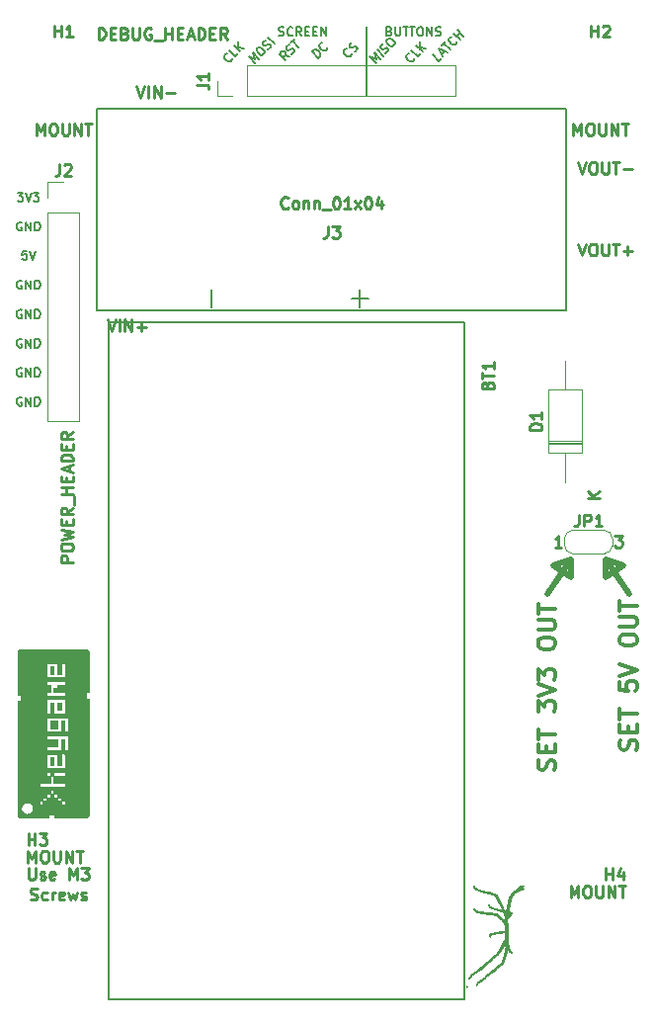
<source format=gto>
%TF.GenerationSoftware,KiCad,Pcbnew,5.0.2+dfsg1-1*%
%TF.CreationDate,2022-04-10T03:47:20-07:00*%
%TF.ProjectId,keygame-batpack,6b657967-616d-4652-9d62-61747061636b,rev?*%
%TF.SameCoordinates,Original*%
%TF.FileFunction,Legend,Top*%
%TF.FilePolarity,Positive*%
%FSLAX46Y46*%
G04 Gerber Fmt 4.6, Leading zero omitted, Abs format (unit mm)*
G04 Created by KiCad (PCBNEW 5.0.2+dfsg1-1) date Sun 10 Apr 2022 03:47:20 AM PDT*
%MOMM*%
%LPD*%
G01*
G04 APERTURE LIST*
%ADD10C,0.500000*%
%ADD11C,0.375000*%
%ADD12C,0.187500*%
%ADD13C,0.250000*%
%ADD14C,0.200000*%
%ADD15C,0.120000*%
%ADD16C,0.127000*%
%ADD17C,0.150000*%
%ADD18C,0.010000*%
%ADD19C,0.902000*%
%ADD20C,6.502000*%
%ADD21R,1.802000X1.802000*%
%ADD22O,1.802000X1.802000*%
%ADD23C,1.857000*%
%ADD24C,3.662000*%
%ADD25R,1.902000X1.902000*%
%ADD26O,1.902000X1.902000*%
%ADD27C,3.102000*%
%ADD28C,0.500000*%
%ADD29C,0.100000*%
%ADD30R,1.102000X1.602000*%
G04 APERTURE END LIST*
D10*
X172440000Y-101160000D02*
X170940000Y-100660000D01*
X170940000Y-102160000D02*
X172440000Y-101160000D01*
X170940000Y-100660000D02*
X170940000Y-102160000D01*
X166440000Y-101160000D02*
X167940000Y-100660000D01*
X167940000Y-102160000D02*
X166440000Y-101160000D01*
X167940000Y-100660000D02*
X167940000Y-102160000D01*
X172940000Y-103660000D02*
X170940000Y-100660000D01*
X165940000Y-103660000D02*
X167940000Y-100660000D01*
D11*
X173547142Y-116981428D02*
X173618571Y-116767142D01*
X173618571Y-116410000D01*
X173547142Y-116267142D01*
X173475714Y-116195714D01*
X173332857Y-116124285D01*
X173190000Y-116124285D01*
X173047142Y-116195714D01*
X172975714Y-116267142D01*
X172904285Y-116410000D01*
X172832857Y-116695714D01*
X172761428Y-116838571D01*
X172690000Y-116910000D01*
X172547142Y-116981428D01*
X172404285Y-116981428D01*
X172261428Y-116910000D01*
X172190000Y-116838571D01*
X172118571Y-116695714D01*
X172118571Y-116338571D01*
X172190000Y-116124285D01*
X172832857Y-115481428D02*
X172832857Y-114981428D01*
X173618571Y-114767142D02*
X173618571Y-115481428D01*
X172118571Y-115481428D01*
X172118571Y-114767142D01*
X172118571Y-114338571D02*
X172118571Y-113481428D01*
X173618571Y-113910000D02*
X172118571Y-113910000D01*
X172118571Y-111124285D02*
X172118571Y-111838571D01*
X172832857Y-111910000D01*
X172761428Y-111838571D01*
X172690000Y-111695714D01*
X172690000Y-111338571D01*
X172761428Y-111195714D01*
X172832857Y-111124285D01*
X172975714Y-111052857D01*
X173332857Y-111052857D01*
X173475714Y-111124285D01*
X173547142Y-111195714D01*
X173618571Y-111338571D01*
X173618571Y-111695714D01*
X173547142Y-111838571D01*
X173475714Y-111910000D01*
X172118571Y-110624285D02*
X173618571Y-110124285D01*
X172118571Y-109624285D01*
X172118571Y-107695714D02*
X172118571Y-107410000D01*
X172190000Y-107267142D01*
X172332857Y-107124285D01*
X172618571Y-107052857D01*
X173118571Y-107052857D01*
X173404285Y-107124285D01*
X173547142Y-107267142D01*
X173618571Y-107410000D01*
X173618571Y-107695714D01*
X173547142Y-107838571D01*
X173404285Y-107981428D01*
X173118571Y-108052857D01*
X172618571Y-108052857D01*
X172332857Y-107981428D01*
X172190000Y-107838571D01*
X172118571Y-107695714D01*
X172118571Y-106410000D02*
X173332857Y-106410000D01*
X173475714Y-106338571D01*
X173547142Y-106267142D01*
X173618571Y-106124285D01*
X173618571Y-105838571D01*
X173547142Y-105695714D01*
X173475714Y-105624285D01*
X173332857Y-105552857D01*
X172118571Y-105552857D01*
X172118571Y-105052857D02*
X172118571Y-104195714D01*
X173618571Y-104624285D02*
X172118571Y-104624285D01*
X166547142Y-118695714D02*
X166618571Y-118481428D01*
X166618571Y-118124285D01*
X166547142Y-117981428D01*
X166475714Y-117910000D01*
X166332857Y-117838571D01*
X166190000Y-117838571D01*
X166047142Y-117910000D01*
X165975714Y-117981428D01*
X165904285Y-118124285D01*
X165832857Y-118410000D01*
X165761428Y-118552857D01*
X165690000Y-118624285D01*
X165547142Y-118695714D01*
X165404285Y-118695714D01*
X165261428Y-118624285D01*
X165190000Y-118552857D01*
X165118571Y-118410000D01*
X165118571Y-118052857D01*
X165190000Y-117838571D01*
X165832857Y-117195714D02*
X165832857Y-116695714D01*
X166618571Y-116481428D02*
X166618571Y-117195714D01*
X165118571Y-117195714D01*
X165118571Y-116481428D01*
X165118571Y-116052857D02*
X165118571Y-115195714D01*
X166618571Y-115624285D02*
X165118571Y-115624285D01*
X165118571Y-113695714D02*
X165118571Y-112767142D01*
X165690000Y-113267142D01*
X165690000Y-113052857D01*
X165761428Y-112910000D01*
X165832857Y-112838571D01*
X165975714Y-112767142D01*
X166332857Y-112767142D01*
X166475714Y-112838571D01*
X166547142Y-112910000D01*
X166618571Y-113052857D01*
X166618571Y-113481428D01*
X166547142Y-113624285D01*
X166475714Y-113695714D01*
X165118571Y-112338571D02*
X166618571Y-111838571D01*
X165118571Y-111338571D01*
X165118571Y-110981428D02*
X165118571Y-110052857D01*
X165690000Y-110552857D01*
X165690000Y-110338571D01*
X165761428Y-110195714D01*
X165832857Y-110124285D01*
X165975714Y-110052857D01*
X166332857Y-110052857D01*
X166475714Y-110124285D01*
X166547142Y-110195714D01*
X166618571Y-110338571D01*
X166618571Y-110767142D01*
X166547142Y-110910000D01*
X166475714Y-110981428D01*
X165118571Y-107981428D02*
X165118571Y-107695714D01*
X165190000Y-107552857D01*
X165332857Y-107410000D01*
X165618571Y-107338571D01*
X166118571Y-107338571D01*
X166404285Y-107410000D01*
X166547142Y-107552857D01*
X166618571Y-107695714D01*
X166618571Y-107981428D01*
X166547142Y-108124285D01*
X166404285Y-108267142D01*
X166118571Y-108338571D01*
X165618571Y-108338571D01*
X165332857Y-108267142D01*
X165190000Y-108124285D01*
X165118571Y-107981428D01*
X165118571Y-106695714D02*
X166332857Y-106695714D01*
X166475714Y-106624285D01*
X166547142Y-106552857D01*
X166618571Y-106410000D01*
X166618571Y-106124285D01*
X166547142Y-105981428D01*
X166475714Y-105910000D01*
X166332857Y-105838571D01*
X165118571Y-105838571D01*
X165118571Y-105338571D02*
X165118571Y-104481428D01*
X166618571Y-104910000D02*
X165118571Y-104910000D01*
D12*
X121297142Y-74249285D02*
X120940000Y-74249285D01*
X120904285Y-74606428D01*
X120940000Y-74570714D01*
X121011428Y-74535000D01*
X121190000Y-74535000D01*
X121261428Y-74570714D01*
X121297142Y-74606428D01*
X121332857Y-74677857D01*
X121332857Y-74856428D01*
X121297142Y-74927857D01*
X121261428Y-74963571D01*
X121190000Y-74999285D01*
X121011428Y-74999285D01*
X120940000Y-74963571D01*
X120904285Y-74927857D01*
X121547142Y-74249285D02*
X121797142Y-74999285D01*
X122047142Y-74249285D01*
X120868571Y-86785000D02*
X120797142Y-86749285D01*
X120690000Y-86749285D01*
X120582857Y-86785000D01*
X120511428Y-86856428D01*
X120475714Y-86927857D01*
X120440000Y-87070714D01*
X120440000Y-87177857D01*
X120475714Y-87320714D01*
X120511428Y-87392142D01*
X120582857Y-87463571D01*
X120690000Y-87499285D01*
X120761428Y-87499285D01*
X120868571Y-87463571D01*
X120904285Y-87427857D01*
X120904285Y-87177857D01*
X120761428Y-87177857D01*
X121225714Y-87499285D02*
X121225714Y-86749285D01*
X121654285Y-87499285D01*
X121654285Y-86749285D01*
X122011428Y-87499285D02*
X122011428Y-86749285D01*
X122190000Y-86749285D01*
X122297142Y-86785000D01*
X122368571Y-86856428D01*
X122404285Y-86927857D01*
X122440000Y-87070714D01*
X122440000Y-87177857D01*
X122404285Y-87320714D01*
X122368571Y-87392142D01*
X122297142Y-87463571D01*
X122190000Y-87499285D01*
X122011428Y-87499285D01*
X120868571Y-84285000D02*
X120797142Y-84249285D01*
X120690000Y-84249285D01*
X120582857Y-84285000D01*
X120511428Y-84356428D01*
X120475714Y-84427857D01*
X120440000Y-84570714D01*
X120440000Y-84677857D01*
X120475714Y-84820714D01*
X120511428Y-84892142D01*
X120582857Y-84963571D01*
X120690000Y-84999285D01*
X120761428Y-84999285D01*
X120868571Y-84963571D01*
X120904285Y-84927857D01*
X120904285Y-84677857D01*
X120761428Y-84677857D01*
X121225714Y-84999285D02*
X121225714Y-84249285D01*
X121654285Y-84999285D01*
X121654285Y-84249285D01*
X122011428Y-84999285D02*
X122011428Y-84249285D01*
X122190000Y-84249285D01*
X122297142Y-84285000D01*
X122368571Y-84356428D01*
X122404285Y-84427857D01*
X122440000Y-84570714D01*
X122440000Y-84677857D01*
X122404285Y-84820714D01*
X122368571Y-84892142D01*
X122297142Y-84963571D01*
X122190000Y-84999285D01*
X122011428Y-84999285D01*
X120868571Y-81785000D02*
X120797142Y-81749285D01*
X120690000Y-81749285D01*
X120582857Y-81785000D01*
X120511428Y-81856428D01*
X120475714Y-81927857D01*
X120440000Y-82070714D01*
X120440000Y-82177857D01*
X120475714Y-82320714D01*
X120511428Y-82392142D01*
X120582857Y-82463571D01*
X120690000Y-82499285D01*
X120761428Y-82499285D01*
X120868571Y-82463571D01*
X120904285Y-82427857D01*
X120904285Y-82177857D01*
X120761428Y-82177857D01*
X121225714Y-82499285D02*
X121225714Y-81749285D01*
X121654285Y-82499285D01*
X121654285Y-81749285D01*
X122011428Y-82499285D02*
X122011428Y-81749285D01*
X122190000Y-81749285D01*
X122297142Y-81785000D01*
X122368571Y-81856428D01*
X122404285Y-81927857D01*
X122440000Y-82070714D01*
X122440000Y-82177857D01*
X122404285Y-82320714D01*
X122368571Y-82392142D01*
X122297142Y-82463571D01*
X122190000Y-82499285D01*
X122011428Y-82499285D01*
X120868571Y-79285000D02*
X120797142Y-79249285D01*
X120690000Y-79249285D01*
X120582857Y-79285000D01*
X120511428Y-79356428D01*
X120475714Y-79427857D01*
X120440000Y-79570714D01*
X120440000Y-79677857D01*
X120475714Y-79820714D01*
X120511428Y-79892142D01*
X120582857Y-79963571D01*
X120690000Y-79999285D01*
X120761428Y-79999285D01*
X120868571Y-79963571D01*
X120904285Y-79927857D01*
X120904285Y-79677857D01*
X120761428Y-79677857D01*
X121225714Y-79999285D02*
X121225714Y-79249285D01*
X121654285Y-79999285D01*
X121654285Y-79249285D01*
X122011428Y-79999285D02*
X122011428Y-79249285D01*
X122190000Y-79249285D01*
X122297142Y-79285000D01*
X122368571Y-79356428D01*
X122404285Y-79427857D01*
X122440000Y-79570714D01*
X122440000Y-79677857D01*
X122404285Y-79820714D01*
X122368571Y-79892142D01*
X122297142Y-79963571D01*
X122190000Y-79999285D01*
X122011428Y-79999285D01*
X120868571Y-76785000D02*
X120797142Y-76749285D01*
X120690000Y-76749285D01*
X120582857Y-76785000D01*
X120511428Y-76856428D01*
X120475714Y-76927857D01*
X120440000Y-77070714D01*
X120440000Y-77177857D01*
X120475714Y-77320714D01*
X120511428Y-77392142D01*
X120582857Y-77463571D01*
X120690000Y-77499285D01*
X120761428Y-77499285D01*
X120868571Y-77463571D01*
X120904285Y-77427857D01*
X120904285Y-77177857D01*
X120761428Y-77177857D01*
X121225714Y-77499285D02*
X121225714Y-76749285D01*
X121654285Y-77499285D01*
X121654285Y-76749285D01*
X122011428Y-77499285D02*
X122011428Y-76749285D01*
X122190000Y-76749285D01*
X122297142Y-76785000D01*
X122368571Y-76856428D01*
X122404285Y-76927857D01*
X122440000Y-77070714D01*
X122440000Y-77177857D01*
X122404285Y-77320714D01*
X122368571Y-77392142D01*
X122297142Y-77463571D01*
X122190000Y-77499285D01*
X122011428Y-77499285D01*
X120868571Y-71785000D02*
X120797142Y-71749285D01*
X120690000Y-71749285D01*
X120582857Y-71785000D01*
X120511428Y-71856428D01*
X120475714Y-71927857D01*
X120440000Y-72070714D01*
X120440000Y-72177857D01*
X120475714Y-72320714D01*
X120511428Y-72392142D01*
X120582857Y-72463571D01*
X120690000Y-72499285D01*
X120761428Y-72499285D01*
X120868571Y-72463571D01*
X120904285Y-72427857D01*
X120904285Y-72177857D01*
X120761428Y-72177857D01*
X121225714Y-72499285D02*
X121225714Y-71749285D01*
X121654285Y-72499285D01*
X121654285Y-71749285D01*
X122011428Y-72499285D02*
X122011428Y-71749285D01*
X122190000Y-71749285D01*
X122297142Y-71785000D01*
X122368571Y-71856428D01*
X122404285Y-71927857D01*
X122440000Y-72070714D01*
X122440000Y-72177857D01*
X122404285Y-72320714D01*
X122368571Y-72392142D01*
X122297142Y-72463571D01*
X122190000Y-72499285D01*
X122011428Y-72499285D01*
X120511428Y-69249285D02*
X120975714Y-69249285D01*
X120725714Y-69535000D01*
X120832857Y-69535000D01*
X120904285Y-69570714D01*
X120940000Y-69606428D01*
X120975714Y-69677857D01*
X120975714Y-69856428D01*
X120940000Y-69927857D01*
X120904285Y-69963571D01*
X120832857Y-69999285D01*
X120618571Y-69999285D01*
X120547142Y-69963571D01*
X120511428Y-69927857D01*
X121190000Y-69249285D02*
X121440000Y-69999285D01*
X121690000Y-69249285D01*
X121868571Y-69249285D02*
X122332857Y-69249285D01*
X122082857Y-69535000D01*
X122190000Y-69535000D01*
X122261428Y-69570714D01*
X122297142Y-69606428D01*
X122332857Y-69677857D01*
X122332857Y-69856428D01*
X122297142Y-69927857D01*
X122261428Y-69963571D01*
X122190000Y-69999285D01*
X121975714Y-69999285D01*
X121904285Y-69963571D01*
X121868571Y-69927857D01*
D13*
X121452380Y-127077380D02*
X121452380Y-127886904D01*
X121500000Y-127982142D01*
X121547619Y-128029761D01*
X121642857Y-128077380D01*
X121833333Y-128077380D01*
X121928571Y-128029761D01*
X121976190Y-127982142D01*
X122023809Y-127886904D01*
X122023809Y-127077380D01*
X122452380Y-128029761D02*
X122547619Y-128077380D01*
X122738095Y-128077380D01*
X122833333Y-128029761D01*
X122880952Y-127934523D01*
X122880952Y-127886904D01*
X122833333Y-127791666D01*
X122738095Y-127744047D01*
X122595238Y-127744047D01*
X122500000Y-127696428D01*
X122452380Y-127601190D01*
X122452380Y-127553571D01*
X122500000Y-127458333D01*
X122595238Y-127410714D01*
X122738095Y-127410714D01*
X122833333Y-127458333D01*
X123690476Y-128029761D02*
X123595238Y-128077380D01*
X123404761Y-128077380D01*
X123309523Y-128029761D01*
X123261904Y-127934523D01*
X123261904Y-127553571D01*
X123309523Y-127458333D01*
X123404761Y-127410714D01*
X123595238Y-127410714D01*
X123690476Y-127458333D01*
X123738095Y-127553571D01*
X123738095Y-127648809D01*
X123261904Y-127744047D01*
X124928571Y-128077380D02*
X124928571Y-127077380D01*
X125261904Y-127791666D01*
X125595238Y-127077380D01*
X125595238Y-128077380D01*
X125976190Y-127077380D02*
X126595238Y-127077380D01*
X126261904Y-127458333D01*
X126404761Y-127458333D01*
X126500000Y-127505952D01*
X126547619Y-127553571D01*
X126595238Y-127648809D01*
X126595238Y-127886904D01*
X126547619Y-127982142D01*
X126500000Y-128029761D01*
X126404761Y-128077380D01*
X126119047Y-128077380D01*
X126023809Y-128029761D01*
X125976190Y-127982142D01*
X121619047Y-129779761D02*
X121761904Y-129827380D01*
X122000000Y-129827380D01*
X122095238Y-129779761D01*
X122142857Y-129732142D01*
X122190476Y-129636904D01*
X122190476Y-129541666D01*
X122142857Y-129446428D01*
X122095238Y-129398809D01*
X122000000Y-129351190D01*
X121809523Y-129303571D01*
X121714285Y-129255952D01*
X121666666Y-129208333D01*
X121619047Y-129113095D01*
X121619047Y-129017857D01*
X121666666Y-128922619D01*
X121714285Y-128875000D01*
X121809523Y-128827380D01*
X122047619Y-128827380D01*
X122190476Y-128875000D01*
X123047619Y-129779761D02*
X122952380Y-129827380D01*
X122761904Y-129827380D01*
X122666666Y-129779761D01*
X122619047Y-129732142D01*
X122571428Y-129636904D01*
X122571428Y-129351190D01*
X122619047Y-129255952D01*
X122666666Y-129208333D01*
X122761904Y-129160714D01*
X122952380Y-129160714D01*
X123047619Y-129208333D01*
X123476190Y-129827380D02*
X123476190Y-129160714D01*
X123476190Y-129351190D02*
X123523809Y-129255952D01*
X123571428Y-129208333D01*
X123666666Y-129160714D01*
X123761904Y-129160714D01*
X124476190Y-129779761D02*
X124380952Y-129827380D01*
X124190476Y-129827380D01*
X124095238Y-129779761D01*
X124047619Y-129684523D01*
X124047619Y-129303571D01*
X124095238Y-129208333D01*
X124190476Y-129160714D01*
X124380952Y-129160714D01*
X124476190Y-129208333D01*
X124523809Y-129303571D01*
X124523809Y-129398809D01*
X124047619Y-129494047D01*
X124857142Y-129160714D02*
X125047619Y-129827380D01*
X125238095Y-129351190D01*
X125428571Y-129827380D01*
X125619047Y-129160714D01*
X125952380Y-129779761D02*
X126047619Y-129827380D01*
X126238095Y-129827380D01*
X126333333Y-129779761D01*
X126380952Y-129684523D01*
X126380952Y-129636904D01*
X126333333Y-129541666D01*
X126238095Y-129494047D01*
X126095238Y-129494047D01*
X126000000Y-129446428D01*
X125952380Y-129351190D01*
X125952380Y-129303571D01*
X126000000Y-129208333D01*
X126095238Y-129160714D01*
X126238095Y-129160714D01*
X126333333Y-129208333D01*
D12*
X156871789Y-57708033D02*
X156619251Y-57960571D01*
X156088920Y-57430241D01*
X156871789Y-57404987D02*
X157124327Y-57152449D01*
X156972804Y-57607018D02*
X156619251Y-56899911D01*
X157326357Y-57253464D01*
X156897043Y-56622119D02*
X157200088Y-56319073D01*
X157578895Y-57000926D02*
X157048565Y-56470596D01*
X158159733Y-56319073D02*
X158159733Y-56369581D01*
X158109226Y-56470596D01*
X158058718Y-56521104D01*
X157957703Y-56571611D01*
X157856687Y-56571611D01*
X157780926Y-56546357D01*
X157654657Y-56470596D01*
X157578895Y-56394834D01*
X157503134Y-56268565D01*
X157477880Y-56192804D01*
X157477880Y-56091789D01*
X157528388Y-55990773D01*
X157578895Y-55940266D01*
X157679911Y-55889758D01*
X157730418Y-55889758D01*
X158437525Y-56142296D02*
X157907195Y-55611966D01*
X158159733Y-55864504D02*
X158462779Y-55561459D01*
X158740571Y-55839251D02*
X158210241Y-55308920D01*
X151246535Y-58133287D02*
X150716205Y-57602956D01*
X151271789Y-57804987D01*
X151069758Y-57249403D01*
X151600088Y-57779733D01*
X151852626Y-57527195D02*
X151322296Y-56996865D01*
X152054657Y-57274657D02*
X152155672Y-57224149D01*
X152281941Y-57097880D01*
X152307195Y-57022119D01*
X152307195Y-56971611D01*
X152281941Y-56895850D01*
X152231434Y-56845342D01*
X152155672Y-56820088D01*
X152105165Y-56820088D01*
X152029403Y-56845342D01*
X151903134Y-56921104D01*
X151827373Y-56946357D01*
X151776865Y-56946357D01*
X151701104Y-56921104D01*
X151650596Y-56870596D01*
X151625342Y-56794834D01*
X151625342Y-56744327D01*
X151650596Y-56668565D01*
X151776865Y-56542296D01*
X151877880Y-56491789D01*
X152180926Y-56138235D02*
X152281941Y-56037220D01*
X152357703Y-56011966D01*
X152458718Y-56011966D01*
X152584987Y-56087728D01*
X152761764Y-56264504D01*
X152837525Y-56390773D01*
X152837525Y-56491789D01*
X152812271Y-56567550D01*
X152711256Y-56668565D01*
X152635495Y-56693819D01*
X152534479Y-56693819D01*
X152408210Y-56618058D01*
X152231434Y-56441281D01*
X152155672Y-56315012D01*
X152155672Y-56213997D01*
X152180926Y-56138235D01*
X154513730Y-57765076D02*
X154513730Y-57815583D01*
X154463223Y-57916599D01*
X154412715Y-57967106D01*
X154311700Y-58017614D01*
X154210685Y-58017614D01*
X154134923Y-57992360D01*
X154008654Y-57916599D01*
X153932893Y-57840837D01*
X153857131Y-57714568D01*
X153831877Y-57638807D01*
X153831877Y-57537791D01*
X153882385Y-57436776D01*
X153932893Y-57386269D01*
X154033908Y-57335761D01*
X154084416Y-57335761D01*
X155044061Y-57335761D02*
X154791522Y-57588299D01*
X154261192Y-57057969D01*
X155220837Y-57158984D02*
X154690507Y-56628654D01*
X155523883Y-56855938D02*
X154993553Y-56780177D01*
X154993553Y-56325608D02*
X154993553Y-56931700D01*
X149141015Y-57337791D02*
X149141015Y-57388299D01*
X149090507Y-57489314D01*
X149040000Y-57539822D01*
X148938984Y-57590330D01*
X148837969Y-57590330D01*
X148762208Y-57565076D01*
X148635938Y-57489314D01*
X148560177Y-57413553D01*
X148484416Y-57287284D01*
X148459162Y-57211522D01*
X148459162Y-57110507D01*
X148509669Y-57009492D01*
X148560177Y-56958984D01*
X148661192Y-56908477D01*
X148711700Y-56908477D01*
X149368299Y-57161015D02*
X149469314Y-57110507D01*
X149595583Y-56984238D01*
X149620837Y-56908477D01*
X149620837Y-56857969D01*
X149595583Y-56782208D01*
X149545076Y-56731700D01*
X149469314Y-56706446D01*
X149418807Y-56706446D01*
X149343045Y-56731700D01*
X149216776Y-56807461D01*
X149141015Y-56832715D01*
X149090507Y-56832715D01*
X149014746Y-56807461D01*
X148964238Y-56756954D01*
X148938984Y-56681192D01*
X148938984Y-56630685D01*
X148964238Y-56554923D01*
X149090507Y-56428654D01*
X149191522Y-56378147D01*
X146275850Y-57703972D02*
X145745520Y-57173642D01*
X145871789Y-57047373D01*
X145972804Y-56996865D01*
X146073819Y-56996865D01*
X146149581Y-57022119D01*
X146275850Y-57097880D01*
X146351611Y-57173642D01*
X146427373Y-57299911D01*
X146452626Y-57375672D01*
X146452626Y-57476687D01*
X146402119Y-57577703D01*
X146275850Y-57703972D01*
X147058718Y-56820088D02*
X147058718Y-56870596D01*
X147008210Y-56971611D01*
X146957703Y-57022119D01*
X146856687Y-57072626D01*
X146755672Y-57072626D01*
X146679911Y-57047373D01*
X146553642Y-56971611D01*
X146477880Y-56895850D01*
X146402119Y-56769581D01*
X146376865Y-56693819D01*
X146376865Y-56592804D01*
X146427373Y-56491789D01*
X146477880Y-56441281D01*
X146578895Y-56390773D01*
X146629403Y-56390773D01*
X143789492Y-57590330D02*
X143360177Y-57514568D01*
X143486446Y-57893375D02*
X142956116Y-57363045D01*
X143158147Y-57161015D01*
X143233908Y-57135761D01*
X143284416Y-57135761D01*
X143360177Y-57161015D01*
X143435938Y-57236776D01*
X143461192Y-57312538D01*
X143461192Y-57363045D01*
X143435938Y-57438807D01*
X143233908Y-57640837D01*
X143966269Y-57363045D02*
X144067284Y-57312538D01*
X144193553Y-57186269D01*
X144218807Y-57110507D01*
X144218807Y-57059999D01*
X144193553Y-56984238D01*
X144143045Y-56933730D01*
X144067284Y-56908477D01*
X144016776Y-56908477D01*
X143941015Y-56933730D01*
X143814746Y-57009492D01*
X143738984Y-57034746D01*
X143688477Y-57034746D01*
X143612715Y-57009492D01*
X143562208Y-56958984D01*
X143536954Y-56883223D01*
X143536954Y-56832715D01*
X143562208Y-56756954D01*
X143688477Y-56630685D01*
X143789492Y-56580177D01*
X143915761Y-56403400D02*
X144218807Y-56100355D01*
X144597614Y-56782208D02*
X144067284Y-56251877D01*
X140846535Y-58133287D02*
X140316205Y-57602956D01*
X140871789Y-57804987D01*
X140669758Y-57249403D01*
X141200088Y-57779733D01*
X141023312Y-56895850D02*
X141124327Y-56794834D01*
X141200088Y-56769581D01*
X141301104Y-56769581D01*
X141427373Y-56845342D01*
X141604149Y-57022119D01*
X141679911Y-57148388D01*
X141679911Y-57249403D01*
X141654657Y-57325165D01*
X141553642Y-57426180D01*
X141477880Y-57451434D01*
X141376865Y-57451434D01*
X141250596Y-57375672D01*
X141073819Y-57198895D01*
X140998058Y-57072626D01*
X140998058Y-56971611D01*
X141023312Y-56895850D01*
X141957703Y-56971611D02*
X142058718Y-56921104D01*
X142184987Y-56794834D01*
X142210241Y-56719073D01*
X142210241Y-56668565D01*
X142184987Y-56592804D01*
X142134479Y-56542296D01*
X142058718Y-56517043D01*
X142008210Y-56517043D01*
X141932449Y-56542296D01*
X141806180Y-56618058D01*
X141730418Y-56643312D01*
X141679911Y-56643312D01*
X141604149Y-56618058D01*
X141553642Y-56567550D01*
X141528388Y-56491789D01*
X141528388Y-56441281D01*
X141553642Y-56365520D01*
X141679911Y-56239251D01*
X141780926Y-56188743D01*
X142513287Y-56466535D02*
X141982956Y-55936205D01*
X138913730Y-57765076D02*
X138913730Y-57815583D01*
X138863223Y-57916599D01*
X138812715Y-57967106D01*
X138711700Y-58017614D01*
X138610685Y-58017614D01*
X138534923Y-57992360D01*
X138408654Y-57916599D01*
X138332893Y-57840837D01*
X138257131Y-57714568D01*
X138231877Y-57638807D01*
X138231877Y-57537791D01*
X138282385Y-57436776D01*
X138332893Y-57386269D01*
X138433908Y-57335761D01*
X138484416Y-57335761D01*
X139444061Y-57335761D02*
X139191522Y-57588299D01*
X138661192Y-57057969D01*
X139620837Y-57158984D02*
X139090507Y-56628654D01*
X139923883Y-56855938D02*
X139393553Y-56780177D01*
X139393553Y-56325608D02*
X139393553Y-56931700D01*
X142904285Y-55763571D02*
X143011428Y-55799285D01*
X143190000Y-55799285D01*
X143261428Y-55763571D01*
X143297142Y-55727857D01*
X143332857Y-55656428D01*
X143332857Y-55585000D01*
X143297142Y-55513571D01*
X143261428Y-55477857D01*
X143190000Y-55442142D01*
X143047142Y-55406428D01*
X142975714Y-55370714D01*
X142940000Y-55335000D01*
X142904285Y-55263571D01*
X142904285Y-55192142D01*
X142940000Y-55120714D01*
X142975714Y-55085000D01*
X143047142Y-55049285D01*
X143225714Y-55049285D01*
X143332857Y-55085000D01*
X144082857Y-55727857D02*
X144047142Y-55763571D01*
X143940000Y-55799285D01*
X143868571Y-55799285D01*
X143761428Y-55763571D01*
X143690000Y-55692142D01*
X143654285Y-55620714D01*
X143618571Y-55477857D01*
X143618571Y-55370714D01*
X143654285Y-55227857D01*
X143690000Y-55156428D01*
X143761428Y-55085000D01*
X143868571Y-55049285D01*
X143940000Y-55049285D01*
X144047142Y-55085000D01*
X144082857Y-55120714D01*
X144832857Y-55799285D02*
X144582857Y-55442142D01*
X144404285Y-55799285D02*
X144404285Y-55049285D01*
X144690000Y-55049285D01*
X144761428Y-55085000D01*
X144797142Y-55120714D01*
X144832857Y-55192142D01*
X144832857Y-55299285D01*
X144797142Y-55370714D01*
X144761428Y-55406428D01*
X144690000Y-55442142D01*
X144404285Y-55442142D01*
X145154285Y-55406428D02*
X145404285Y-55406428D01*
X145511428Y-55799285D02*
X145154285Y-55799285D01*
X145154285Y-55049285D01*
X145511428Y-55049285D01*
X145832857Y-55406428D02*
X146082857Y-55406428D01*
X146190000Y-55799285D02*
X145832857Y-55799285D01*
X145832857Y-55049285D01*
X146190000Y-55049285D01*
X146511428Y-55799285D02*
X146511428Y-55049285D01*
X146940000Y-55799285D01*
X146940000Y-55049285D01*
X152386428Y-55406428D02*
X152493571Y-55442142D01*
X152529285Y-55477857D01*
X152565000Y-55549285D01*
X152565000Y-55656428D01*
X152529285Y-55727857D01*
X152493571Y-55763571D01*
X152422142Y-55799285D01*
X152136428Y-55799285D01*
X152136428Y-55049285D01*
X152386428Y-55049285D01*
X152457857Y-55085000D01*
X152493571Y-55120714D01*
X152529285Y-55192142D01*
X152529285Y-55263571D01*
X152493571Y-55335000D01*
X152457857Y-55370714D01*
X152386428Y-55406428D01*
X152136428Y-55406428D01*
X152886428Y-55049285D02*
X152886428Y-55656428D01*
X152922142Y-55727857D01*
X152957857Y-55763571D01*
X153029285Y-55799285D01*
X153172142Y-55799285D01*
X153243571Y-55763571D01*
X153279285Y-55727857D01*
X153315000Y-55656428D01*
X153315000Y-55049285D01*
X153565000Y-55049285D02*
X153993571Y-55049285D01*
X153779285Y-55799285D02*
X153779285Y-55049285D01*
X154136428Y-55049285D02*
X154565000Y-55049285D01*
X154350714Y-55799285D02*
X154350714Y-55049285D01*
X154957857Y-55049285D02*
X155100714Y-55049285D01*
X155172142Y-55085000D01*
X155243571Y-55156428D01*
X155279285Y-55299285D01*
X155279285Y-55549285D01*
X155243571Y-55692142D01*
X155172142Y-55763571D01*
X155100714Y-55799285D01*
X154957857Y-55799285D01*
X154886428Y-55763571D01*
X154815000Y-55692142D01*
X154779285Y-55549285D01*
X154779285Y-55299285D01*
X154815000Y-55156428D01*
X154886428Y-55085000D01*
X154957857Y-55049285D01*
X155600714Y-55799285D02*
X155600714Y-55049285D01*
X156029285Y-55799285D01*
X156029285Y-55049285D01*
X156350714Y-55763571D02*
X156457857Y-55799285D01*
X156636428Y-55799285D01*
X156707857Y-55763571D01*
X156743571Y-55727857D01*
X156779285Y-55656428D01*
X156779285Y-55585000D01*
X156743571Y-55513571D01*
X156707857Y-55477857D01*
X156636428Y-55442142D01*
X156493571Y-55406428D01*
X156422142Y-55370714D01*
X156386428Y-55335000D01*
X156350714Y-55263571D01*
X156350714Y-55192142D01*
X156386428Y-55120714D01*
X156422142Y-55085000D01*
X156493571Y-55049285D01*
X156672142Y-55049285D01*
X156779285Y-55085000D01*
D14*
X150440000Y-60860000D02*
X150440000Y-55060000D01*
D15*
X158050000Y-60990000D02*
X158050000Y-58330000D01*
X140210000Y-60990000D02*
X158050000Y-60990000D01*
X140210000Y-58330000D02*
X158050000Y-58330000D01*
X140210000Y-60990000D02*
X140210000Y-58330000D01*
X138940000Y-60990000D02*
X137610000Y-60990000D01*
X137610000Y-60990000D02*
X137610000Y-59660000D01*
X123110000Y-88770000D02*
X125770000Y-88770000D01*
X123110000Y-70930000D02*
X123110000Y-88770000D01*
X125770000Y-70930000D02*
X125770000Y-88770000D01*
X123110000Y-70930000D02*
X125770000Y-70930000D01*
X123110000Y-69660000D02*
X123110000Y-68330000D01*
X123110000Y-68330000D02*
X124440000Y-68330000D01*
D16*
X149860000Y-77560000D02*
X149860000Y-79060000D01*
X149110000Y-78310000D02*
X150610000Y-78310000D01*
X158820000Y-138300000D02*
X128320000Y-138300000D01*
X128320000Y-138300000D02*
X128320000Y-80300000D01*
X128320000Y-80300000D02*
X158820000Y-80300000D01*
X158820000Y-80300000D02*
X158820000Y-138300000D01*
X137160000Y-77560000D02*
X137160000Y-79060000D01*
D15*
X165970000Y-91530000D02*
X168910000Y-91530000D01*
X168910000Y-91530000D02*
X168910000Y-86090000D01*
X168910000Y-86090000D02*
X165970000Y-86090000D01*
X165970000Y-86090000D02*
X165970000Y-91530000D01*
X167440000Y-94020000D02*
X167440000Y-91530000D01*
X167440000Y-83600000D02*
X167440000Y-86090000D01*
X165970000Y-90630000D02*
X168910000Y-90630000D01*
X165970000Y-90510000D02*
X168910000Y-90510000D01*
X165970000Y-90750000D02*
X168910000Y-90750000D01*
D17*
X167550000Y-62020000D02*
X127330000Y-62020000D01*
X127330000Y-62020000D02*
X127330000Y-79300000D01*
X127330000Y-79300000D02*
X167550000Y-79300000D01*
X167550000Y-79300000D02*
X167550000Y-62020000D01*
D15*
X167390000Y-99460000D02*
X167390000Y-98860000D01*
X170840000Y-100160000D02*
X168040000Y-100160000D01*
X171490000Y-98860000D02*
X171490000Y-99460000D01*
X168040000Y-98160000D02*
X170840000Y-98160000D01*
X170790000Y-98160000D02*
G75*
G02X171490000Y-98860000I0J-700000D01*
G01*
X171490000Y-99460000D02*
G75*
G02X170790000Y-100160000I-700000J0D01*
G01*
X168090000Y-100160000D02*
G75*
G02X167390000Y-99460000I0J700000D01*
G01*
X167390000Y-98860000D02*
G75*
G02X168090000Y-98160000I700000J0D01*
G01*
D18*
G36*
X163838824Y-128636123D02*
X163816898Y-128666877D01*
X163784908Y-128698655D01*
X163762466Y-128716259D01*
X163727769Y-128742474D01*
X163691144Y-128772297D01*
X163679320Y-128782511D01*
X163638680Y-128818457D01*
X163705417Y-128811974D01*
X163762273Y-128811534D01*
X163805578Y-128822067D01*
X163833597Y-128842973D01*
X163842000Y-128859096D01*
X163845168Y-128873370D01*
X163843271Y-128885451D01*
X163834165Y-128896361D01*
X163815708Y-128907122D01*
X163785758Y-128918755D01*
X163742170Y-128932284D01*
X163682803Y-128948730D01*
X163618360Y-128965758D01*
X163519921Y-128994633D01*
X163427964Y-129028767D01*
X163336881Y-129070662D01*
X163241064Y-129122821D01*
X163168820Y-129166377D01*
X163118397Y-129198637D01*
X163083482Y-129223292D01*
X163061657Y-129242304D01*
X163050504Y-129257633D01*
X163048253Y-129264162D01*
X163041754Y-129291908D01*
X163037343Y-129309146D01*
X163028662Y-129325067D01*
X163009921Y-129351391D01*
X162984592Y-129383360D01*
X162974381Y-129395506D01*
X162944806Y-129430785D01*
X162917672Y-129464306D01*
X162897786Y-129490101D01*
X162894272Y-129494982D01*
X162878292Y-129523942D01*
X162858909Y-129568697D01*
X162837467Y-129625286D01*
X162815314Y-129689748D01*
X162793794Y-129758121D01*
X162774253Y-129826443D01*
X162758038Y-129890753D01*
X162754549Y-129906255D01*
X162742152Y-129959762D01*
X162729045Y-130011001D01*
X162716833Y-130053984D01*
X162707544Y-130081664D01*
X162697440Y-130116376D01*
X162688280Y-130164205D01*
X162681368Y-130217947D01*
X162679934Y-130234064D01*
X162674822Y-130282080D01*
X162667873Y-130325063D01*
X162660162Y-130356995D01*
X162656083Y-130367480D01*
X162640868Y-130405211D01*
X162625889Y-130456294D01*
X162612673Y-130513804D01*
X162602750Y-130570813D01*
X162597646Y-130620396D01*
X162597280Y-130633979D01*
X162592387Y-130692450D01*
X162577024Y-130738196D01*
X162576960Y-130738319D01*
X162564398Y-130765940D01*
X162557259Y-130787444D01*
X162556640Y-130792057D01*
X162566489Y-130801776D01*
X162574903Y-130805458D01*
X162574903Y-130947446D01*
X162557686Y-130948955D01*
X162547489Y-130960895D01*
X162540334Y-130984305D01*
X162536764Y-131000140D01*
X162528287Y-131034533D01*
X162519916Y-131062144D01*
X162515181Y-131073600D01*
X162507400Y-131098149D01*
X162506680Y-131126098D01*
X162512443Y-131149200D01*
X162521143Y-131158578D01*
X162533535Y-131156875D01*
X162552553Y-131143584D01*
X162579566Y-131117406D01*
X162615941Y-131077042D01*
X162652745Y-131033612D01*
X162690268Y-130988545D01*
X162646314Y-130971577D01*
X162603120Y-130955333D01*
X162574903Y-130947446D01*
X162574903Y-130805458D01*
X162595341Y-130814405D01*
X162642155Y-130829516D01*
X162660780Y-130834812D01*
X162709453Y-130848902D01*
X162755691Y-130863345D01*
X162792879Y-130876025D01*
X162808167Y-130881937D01*
X162845149Y-130904037D01*
X162865056Y-130930744D01*
X162866526Y-130959815D01*
X162862040Y-130970879D01*
X162846407Y-130995569D01*
X162820693Y-131031400D01*
X162788197Y-131074218D01*
X162752219Y-131119871D01*
X162716057Y-131164208D01*
X162683012Y-131203075D01*
X162656382Y-131232321D01*
X162646779Y-131241785D01*
X162620133Y-131268986D01*
X162598739Y-131295463D01*
X162590224Y-131309502D01*
X162574385Y-131330300D01*
X162547874Y-131352898D01*
X162532556Y-131362925D01*
X162508282Y-131377965D01*
X162494062Y-131391570D01*
X162486378Y-131410048D01*
X162481713Y-131439704D01*
X162479742Y-131457620D01*
X162477829Y-131490671D01*
X162477153Y-131539011D01*
X162477682Y-131597652D01*
X162479386Y-131661602D01*
X162481341Y-131708556D01*
X162484177Y-131773374D01*
X162486383Y-131836629D01*
X162487827Y-131893290D01*
X162488371Y-131938324D01*
X162488129Y-131960767D01*
X162490287Y-132015772D01*
X162498786Y-132079023D01*
X162506811Y-132118247D01*
X162531759Y-132233630D01*
X162547929Y-132330736D01*
X162555320Y-132409614D01*
X162553934Y-132470311D01*
X162543772Y-132512876D01*
X162524834Y-132537358D01*
X162515151Y-132541989D01*
X162498954Y-132556464D01*
X162495795Y-132570344D01*
X162496632Y-132597221D01*
X162498820Y-132641163D01*
X162502138Y-132698974D01*
X162506367Y-132767461D01*
X162511286Y-132843428D01*
X162516676Y-132923682D01*
X162522316Y-133005027D01*
X162527986Y-133084269D01*
X162533467Y-133158213D01*
X162538538Y-133223664D01*
X162542980Y-133277429D01*
X162546572Y-133316312D01*
X162548139Y-133330465D01*
X162553859Y-133384695D01*
X162555230Y-133424052D01*
X162552281Y-133453509D01*
X162548873Y-133467137D01*
X162542471Y-133501275D01*
X162548075Y-133525138D01*
X162553625Y-133548737D01*
X162553587Y-133583093D01*
X162552396Y-133594210D01*
X162550482Y-133632671D01*
X162558193Y-133664190D01*
X162566516Y-133681535D01*
X162579975Y-133715527D01*
X162586879Y-133750327D01*
X162587121Y-133756323D01*
X162592618Y-133800484D01*
X162607910Y-133857281D01*
X162631196Y-133922663D01*
X162660676Y-133992578D01*
X162694547Y-134062975D01*
X162731011Y-134129804D01*
X162768265Y-134189014D01*
X162796191Y-134226660D01*
X162827229Y-134268390D01*
X162843757Y-134299178D01*
X162845489Y-134318242D01*
X162832139Y-134324799D01*
X162832071Y-134324800D01*
X162816877Y-134316414D01*
X162794074Y-134293296D01*
X162765873Y-134258500D01*
X162734488Y-134215083D01*
X162702129Y-134166100D01*
X162671009Y-134114607D01*
X162644057Y-134065068D01*
X162627350Y-134033767D01*
X162614687Y-134012835D01*
X162608205Y-134005712D01*
X162607787Y-134006721D01*
X162610878Y-134022505D01*
X162619423Y-134052275D01*
X162631723Y-134090996D01*
X162646078Y-134133636D01*
X162660787Y-134175161D01*
X162674150Y-134210538D01*
X162684467Y-134234734D01*
X162685507Y-134236817D01*
X162694687Y-134264559D01*
X162692411Y-134285464D01*
X162679341Y-134294289D01*
X162678242Y-134294320D01*
X162667664Y-134285180D01*
X162652796Y-134260127D01*
X162635185Y-134222711D01*
X162616383Y-134176482D01*
X162597937Y-134124989D01*
X162581942Y-134073686D01*
X162569943Y-134032342D01*
X162559560Y-133997417D01*
X162552402Y-133974284D01*
X162550678Y-133969200D01*
X162545982Y-133973299D01*
X162536435Y-133994072D01*
X162523108Y-134028756D01*
X162507071Y-134074585D01*
X162491674Y-134121600D01*
X162473824Y-134176195D01*
X162450447Y-134245437D01*
X162423072Y-134324919D01*
X162393232Y-134410233D01*
X162362457Y-134496971D01*
X162332278Y-134580726D01*
X162331131Y-134583880D01*
X162296783Y-134678747D01*
X162268144Y-134759123D01*
X162243732Y-134829522D01*
X162222065Y-134894457D01*
X162201661Y-134958440D01*
X162181036Y-135025987D01*
X162158708Y-135101609D01*
X162140892Y-135163085D01*
X162127888Y-135200491D01*
X162110455Y-135233848D01*
X162086025Y-135266045D01*
X162052031Y-135299971D01*
X162005906Y-135338514D01*
X161945080Y-135384562D01*
X161941960Y-135386854D01*
X161904842Y-135415262D01*
X161857701Y-135453064D01*
X161805635Y-135496085D01*
X161753743Y-135540144D01*
X161733680Y-135557557D01*
X161634835Y-135642982D01*
X161521476Y-135739138D01*
X161395353Y-135844576D01*
X161258215Y-135957844D01*
X161111814Y-136077493D01*
X160957899Y-136202073D01*
X160890400Y-136256348D01*
X160783646Y-136341936D01*
X160690697Y-136416183D01*
X160609578Y-136480547D01*
X160538309Y-136536486D01*
X160474914Y-136585457D01*
X160417414Y-136628917D01*
X160363833Y-136668323D01*
X160312193Y-136705133D01*
X160260516Y-136740804D01*
X160206824Y-136776794D01*
X160149141Y-136814559D01*
X160085488Y-136855557D01*
X160024037Y-136894784D01*
X159972149Y-136930760D01*
X159935495Y-136964289D01*
X159910222Y-136999903D01*
X159892480Y-137042132D01*
X159888921Y-137053729D01*
X159872712Y-137094303D01*
X159852564Y-137122228D01*
X159830985Y-137135132D01*
X159810483Y-137130643D01*
X159808914Y-137129418D01*
X159799188Y-137112431D01*
X159799891Y-137102817D01*
X159799036Y-137090229D01*
X159794208Y-137088320D01*
X159786817Y-137079383D01*
X159783074Y-137057368D01*
X159782960Y-137052255D01*
X159792803Y-136999459D01*
X159821367Y-136945767D01*
X159867207Y-136892768D01*
X159928878Y-136842054D01*
X160004933Y-136795215D01*
X160026800Y-136783910D01*
X160050372Y-136770010D01*
X160085851Y-136746491D01*
X160129178Y-136716304D01*
X160176294Y-136682398D01*
X160223139Y-136647723D01*
X160265654Y-136615230D01*
X160299779Y-136587869D01*
X160316360Y-136573479D01*
X160335958Y-136556566D01*
X160364009Y-136533667D01*
X160382239Y-136519268D01*
X160407048Y-136499547D01*
X160441963Y-136471116D01*
X160487723Y-136433359D01*
X160545067Y-136385659D01*
X160614732Y-136327401D01*
X160697457Y-136257968D01*
X160793981Y-136176744D01*
X160905041Y-136083111D01*
X160935890Y-136057080D01*
X160998481Y-136004255D01*
X161057309Y-135954611D01*
X161110250Y-135909938D01*
X161155181Y-135872028D01*
X161189980Y-135842673D01*
X161212523Y-135823662D01*
X161218864Y-135818320D01*
X161258674Y-135784792D01*
X161308225Y-135743037D01*
X161365598Y-135694673D01*
X161428873Y-135641320D01*
X161496133Y-135584596D01*
X161565456Y-135526121D01*
X161634925Y-135467514D01*
X161702620Y-135410394D01*
X161766623Y-135356381D01*
X161825013Y-135307093D01*
X161875872Y-135264151D01*
X161917280Y-135229172D01*
X161947319Y-135203777D01*
X161964069Y-135189585D01*
X161965461Y-135188400D01*
X162007130Y-135152840D01*
X162084998Y-134873440D01*
X162117156Y-134757877D01*
X162144445Y-134659256D01*
X162167518Y-134574962D01*
X162187029Y-134502381D01*
X162203631Y-134438899D01*
X162217978Y-134381902D01*
X162230724Y-134328776D01*
X162242521Y-134276907D01*
X162254024Y-134223681D01*
X162265885Y-134166483D01*
X162278759Y-134102701D01*
X162283034Y-134081300D01*
X162297125Y-134011290D01*
X162310137Y-133947840D01*
X162321492Y-133893681D01*
X162330609Y-133851544D01*
X162336909Y-133824161D01*
X162339689Y-133814392D01*
X162336995Y-133802214D01*
X162324067Y-133781960D01*
X162318876Y-133775490D01*
X162291331Y-133728525D01*
X162273919Y-133666226D01*
X162270236Y-133639745D01*
X162267973Y-133629168D01*
X162263151Y-133627530D01*
X162254137Y-133636779D01*
X162239301Y-133658863D01*
X162217010Y-133695731D01*
X162202144Y-133721025D01*
X162162070Y-133787642D01*
X162115824Y-133861351D01*
X162065341Y-133939335D01*
X162012554Y-134018775D01*
X161959400Y-134096851D01*
X161907812Y-134170744D01*
X161859726Y-134237637D01*
X161817077Y-134294709D01*
X161781799Y-134339142D01*
X161763323Y-134360360D01*
X161705976Y-134420690D01*
X161641064Y-134485934D01*
X161567146Y-134557445D01*
X161482780Y-134636581D01*
X161386528Y-134724697D01*
X161276949Y-134823148D01*
X161184764Y-134904927D01*
X161150216Y-134935436D01*
X161105169Y-134975215D01*
X161054356Y-135020084D01*
X161002511Y-135065865D01*
X160976760Y-135088604D01*
X160924977Y-135134217D01*
X160870510Y-135182003D01*
X160818512Y-135227453D01*
X160774134Y-135266061D01*
X160757287Y-135280636D01*
X160713791Y-135318234D01*
X160661822Y-135363263D01*
X160608216Y-135409793D01*
X160564247Y-135448033D01*
X160429511Y-135562830D01*
X160291183Y-135675927D01*
X160152111Y-135785184D01*
X160015141Y-135888461D01*
X159883119Y-135983617D01*
X159758893Y-136068513D01*
X159645309Y-136141009D01*
X159630560Y-136149961D01*
X159569619Y-136188373D01*
X159514383Y-136226380D01*
X159468155Y-136261512D01*
X159434236Y-136291302D01*
X159419514Y-136307749D01*
X159402271Y-136328984D01*
X159393471Y-136338520D01*
X159382400Y-136353722D01*
X159365639Y-136381275D01*
X159346685Y-136415407D01*
X159345437Y-136417760D01*
X159323094Y-136454900D01*
X159296011Y-136492450D01*
X159267607Y-136526466D01*
X159241301Y-136553003D01*
X159220513Y-136568118D01*
X159213317Y-136570160D01*
X159201561Y-136561744D01*
X159197141Y-136551815D01*
X159184845Y-136535424D01*
X159162532Y-136522217D01*
X159139102Y-136507256D01*
X159134372Y-136489663D01*
X159148538Y-136473330D01*
X159159816Y-136467915D01*
X159187427Y-136452137D01*
X159214309Y-136424855D01*
X159242544Y-136383449D01*
X159274212Y-136325297D01*
X159276256Y-136321240D01*
X159306435Y-136266455D01*
X159338376Y-136221551D01*
X159376414Y-136181951D01*
X159424883Y-136143081D01*
X159481310Y-136104741D01*
X159585222Y-136035348D01*
X159700927Y-135954045D01*
X159825590Y-135863028D01*
X159956379Y-135764493D01*
X160090460Y-135660635D01*
X160224998Y-135553650D01*
X160357161Y-135445733D01*
X160484114Y-135339081D01*
X160603024Y-135235890D01*
X160605920Y-135233327D01*
X160649014Y-135195029D01*
X160699737Y-135149686D01*
X160755229Y-135099881D01*
X160812629Y-135048197D01*
X160869078Y-134997218D01*
X160921714Y-134949526D01*
X160967677Y-134907706D01*
X161004107Y-134874340D01*
X161027560Y-134852561D01*
X161067291Y-134815555D01*
X161111759Y-134774827D01*
X161149480Y-134740855D01*
X161186451Y-134707740D01*
X161224776Y-134673043D01*
X161256159Y-134644275D01*
X161256160Y-134644274D01*
X161285165Y-134618049D01*
X161325935Y-134582062D01*
X161374658Y-134539601D01*
X161427524Y-134493951D01*
X161480722Y-134448402D01*
X161530442Y-134406241D01*
X161572871Y-134370755D01*
X161580937Y-134364097D01*
X161611178Y-134336879D01*
X161636001Y-134307960D01*
X161659570Y-134271686D01*
X161686051Y-134222405D01*
X161687633Y-134219288D01*
X161708328Y-134178888D01*
X161725863Y-134145532D01*
X161738112Y-134123215D01*
X161742643Y-134116024D01*
X161749551Y-134104210D01*
X161761130Y-134080095D01*
X161768867Y-134062713D01*
X161780021Y-134038845D01*
X161798816Y-134000690D01*
X161823396Y-133951924D01*
X161851908Y-133896226D01*
X161882496Y-133837273D01*
X161885231Y-133832040D01*
X161930157Y-133746116D01*
X161966845Y-133675811D01*
X161996493Y-133618747D01*
X162020296Y-133572544D01*
X162039452Y-133534823D01*
X162055156Y-133503207D01*
X162068604Y-133475315D01*
X162080994Y-133448770D01*
X162093521Y-133421193D01*
X162106879Y-133391334D01*
X162131807Y-133338036D01*
X162154003Y-133297940D01*
X162177369Y-133265043D01*
X162205806Y-133233338D01*
X162216639Y-133222440D01*
X162278281Y-133161480D01*
X162274574Y-132882279D01*
X162273539Y-132809262D01*
X162272478Y-132743288D01*
X162271444Y-132686964D01*
X162270488Y-132642902D01*
X162269662Y-132613709D01*
X162269020Y-132601995D01*
X162268974Y-132601888D01*
X162258769Y-132602516D01*
X162232441Y-132605115D01*
X162194045Y-132609263D01*
X162150240Y-132614236D01*
X162099049Y-132619850D01*
X162034188Y-132626490D01*
X161962240Y-132633506D01*
X161889787Y-132640252D01*
X161850630Y-132643741D01*
X161745808Y-132654293D01*
X161641025Y-132667862D01*
X161531444Y-132685215D01*
X161412225Y-132707118D01*
X161278530Y-132734340D01*
X161276480Y-132734774D01*
X161194861Y-132752533D01*
X161131095Y-132767943D01*
X161083017Y-132782146D01*
X161048463Y-132796284D01*
X161025268Y-132811497D01*
X161011268Y-132828928D01*
X161004297Y-132849719D01*
X161002191Y-132875010D01*
X161002160Y-132879438D01*
X160997708Y-132924204D01*
X160984745Y-132952570D01*
X160963868Y-132963300D01*
X160961894Y-132963360D01*
X160950282Y-132959746D01*
X160942578Y-132945985D01*
X160936764Y-132917695D01*
X160934984Y-132904940D01*
X160930361Y-132861183D01*
X160927271Y-132815847D01*
X160926633Y-132796312D01*
X160927588Y-132764924D01*
X160934029Y-132745625D01*
X160949704Y-132730261D01*
X160960495Y-132722644D01*
X161000880Y-132701207D01*
X161060451Y-132678436D01*
X161138141Y-132654610D01*
X161232880Y-132630010D01*
X161343600Y-132604918D01*
X161469232Y-132579614D01*
X161586360Y-132558251D01*
X161658926Y-132545816D01*
X161723615Y-132535363D01*
X161785060Y-132526282D01*
X161847895Y-132517961D01*
X161916752Y-132509789D01*
X161996265Y-132501155D01*
X162091067Y-132491447D01*
X162098398Y-132490712D01*
X162153008Y-132484930D01*
X162200586Y-132479313D01*
X162237401Y-132474347D01*
X162259722Y-132470519D01*
X162264427Y-132469100D01*
X162268077Y-132456625D01*
X162269704Y-132426944D01*
X162269232Y-132383077D01*
X162267581Y-132344966D01*
X162258760Y-132217511D01*
X162247126Y-132106248D01*
X162232829Y-132012109D01*
X162216019Y-131936025D01*
X162196846Y-131878927D01*
X162190495Y-131865324D01*
X162178030Y-131837487D01*
X162171080Y-131815357D01*
X162170560Y-131810851D01*
X162163487Y-131795398D01*
X162145529Y-131773614D01*
X162133793Y-131762186D01*
X162108612Y-131735912D01*
X162079551Y-131700521D01*
X162055889Y-131667960D01*
X161982253Y-131568951D01*
X161897426Y-131472208D01*
X161805065Y-131381089D01*
X161708828Y-131298957D01*
X161612370Y-131229171D01*
X161519859Y-131175348D01*
X161486239Y-131155947D01*
X161455638Y-131134227D01*
X161447128Y-131126909D01*
X161427410Y-131112012D01*
X161403516Y-131103164D01*
X161368709Y-131098278D01*
X161350608Y-131096988D01*
X161294489Y-131092527D01*
X161223294Y-131085177D01*
X161139315Y-131075293D01*
X161044846Y-131063231D01*
X160942178Y-131049346D01*
X160833605Y-131033994D01*
X160721417Y-131017529D01*
X160607908Y-131000308D01*
X160495371Y-130982686D01*
X160386097Y-130965018D01*
X160282379Y-130947659D01*
X160186510Y-130930966D01*
X160100781Y-130915294D01*
X160027486Y-130900997D01*
X159968917Y-130888432D01*
X159927366Y-130877953D01*
X159916792Y-130874685D01*
X159844993Y-130847107D01*
X159786315Y-130815645D01*
X159733566Y-130775879D01*
X159692459Y-130736814D01*
X159656423Y-130702679D01*
X159629180Y-130683481D01*
X159608083Y-130677361D01*
X159607747Y-130677360D01*
X159580581Y-130670886D01*
X159563987Y-130660135D01*
X159553658Y-130647366D01*
X159556322Y-130636821D01*
X159573492Y-130621597D01*
X159590851Y-130603091D01*
X159590414Y-130590477D01*
X159586276Y-130574224D01*
X159589253Y-130566679D01*
X159605482Y-130556334D01*
X159628986Y-130562525D01*
X159657309Y-130583950D01*
X159687568Y-130618737D01*
X159717360Y-130653503D01*
X159751990Y-130686470D01*
X159774325Y-130703743D01*
X159820397Y-130727890D01*
X159885621Y-130751726D01*
X159968832Y-130774994D01*
X160068862Y-130797438D01*
X160184544Y-130818801D01*
X160314713Y-130838825D01*
X160458200Y-130857254D01*
X160486026Y-130860458D01*
X160529913Y-130865464D01*
X160587771Y-130872120D01*
X160653389Y-130879708D01*
X160720557Y-130887512D01*
X160751294Y-130891096D01*
X160832366Y-130900256D01*
X160895721Y-130906535D01*
X160943757Y-130909920D01*
X160978873Y-130910395D01*
X161003468Y-130907946D01*
X161019941Y-130902560D01*
X161030691Y-130894223D01*
X161034352Y-130889427D01*
X161048703Y-130867814D01*
X161088932Y-130888139D01*
X161142057Y-130910430D01*
X161207928Y-130929594D01*
X161289440Y-130946385D01*
X161347600Y-130955716D01*
X161404448Y-130965405D01*
X161465483Y-130977919D01*
X161520652Y-130991132D01*
X161539837Y-130996430D01*
X161583377Y-131010034D01*
X161614181Y-131023093D01*
X161639271Y-131039803D01*
X161665670Y-131064364D01*
X161682077Y-131081454D01*
X161717317Y-131116479D01*
X161760853Y-131156506D01*
X161804753Y-131194306D01*
X161816332Y-131203749D01*
X161846828Y-131229971D01*
X161887865Y-131267770D01*
X161936076Y-131313909D01*
X161988094Y-131365149D01*
X162040553Y-131418255D01*
X162056385Y-131434597D01*
X162218867Y-131603159D01*
X162224716Y-131559359D01*
X162227294Y-131533164D01*
X162230297Y-131491793D01*
X162233396Y-131440374D01*
X162236262Y-131384037D01*
X162236971Y-131368240D01*
X162243376Y-131220920D01*
X162198524Y-131119320D01*
X162150929Y-131004957D01*
X162115321Y-130904427D01*
X162100306Y-130853297D01*
X162092814Y-130829236D01*
X162082961Y-130815233D01*
X162064989Y-130806791D01*
X162033140Y-130799415D01*
X162030656Y-130798907D01*
X161996139Y-130791533D01*
X161948506Y-130780916D01*
X161892364Y-130768131D01*
X161832318Y-130754250D01*
X161772973Y-130740346D01*
X161718936Y-130727491D01*
X161674811Y-130716760D01*
X161645205Y-130709224D01*
X161642240Y-130708419D01*
X161492784Y-130665663D01*
X161362580Y-130625000D01*
X161250714Y-130586057D01*
X161156268Y-130548459D01*
X161078328Y-130511831D01*
X161015976Y-130475800D01*
X160968297Y-130439990D01*
X160954934Y-130427467D01*
X160918753Y-130385049D01*
X160890914Y-130340094D01*
X160872293Y-130295876D01*
X160863763Y-130255665D01*
X160866201Y-130222735D01*
X160880481Y-130200356D01*
X160892519Y-130194087D01*
X160914173Y-130195762D01*
X160931698Y-130209984D01*
X160938307Y-130230115D01*
X160936773Y-130237362D01*
X160936469Y-130255279D01*
X160942556Y-130280641D01*
X160942631Y-130280854D01*
X160959919Y-130306737D01*
X160993892Y-130337261D01*
X161041851Y-130370976D01*
X161101094Y-130406432D01*
X161168922Y-130442181D01*
X161242634Y-130476771D01*
X161319530Y-130508754D01*
X161396910Y-130536679D01*
X161449200Y-130552831D01*
X161507606Y-130568874D01*
X161573491Y-130585935D01*
X161644079Y-130603399D01*
X161716593Y-130620652D01*
X161788257Y-130637079D01*
X161856296Y-130652066D01*
X161917931Y-130665000D01*
X161970388Y-130675264D01*
X162010890Y-130682246D01*
X162036661Y-130685331D01*
X162044773Y-130684613D01*
X162043420Y-130673799D01*
X162036191Y-130648203D01*
X162024363Y-130612062D01*
X162014171Y-130583144D01*
X161970171Y-130468952D01*
X161918590Y-130348995D01*
X161858551Y-130221532D01*
X161789178Y-130084826D01*
X161709593Y-129937139D01*
X161618921Y-129776731D01*
X161536087Y-129635171D01*
X161503915Y-129580834D01*
X161475361Y-129532460D01*
X161452020Y-129492763D01*
X161435486Y-129464456D01*
X161427354Y-129450253D01*
X161426830Y-129449244D01*
X161416059Y-129443203D01*
X161388475Y-129432241D01*
X161346745Y-129417213D01*
X161293536Y-129398977D01*
X161231516Y-129378386D01*
X161163352Y-129356298D01*
X161091712Y-129333569D01*
X161019264Y-129311054D01*
X160948675Y-129289609D01*
X160882613Y-129270091D01*
X160823745Y-129253355D01*
X160778640Y-129241256D01*
X160704295Y-129222161D01*
X160620577Y-129200698D01*
X160536051Y-129179061D01*
X160459283Y-129159443D01*
X160433200Y-129152789D01*
X160308751Y-129119368D01*
X160188608Y-129083840D01*
X160075234Y-129047098D01*
X159971090Y-129010033D01*
X159878638Y-128973539D01*
X159800339Y-128938507D01*
X159738654Y-128905830D01*
X159720260Y-128894334D01*
X159695336Y-128878982D01*
X159677284Y-128869919D01*
X159673319Y-128868880D01*
X159657579Y-128860450D01*
X159635986Y-128838068D01*
X159611492Y-128806096D01*
X159587047Y-128768896D01*
X159565602Y-128730830D01*
X159550109Y-128696260D01*
X159544911Y-128679074D01*
X159543178Y-128645528D01*
X159551282Y-128616595D01*
X159566841Y-128598151D01*
X159579152Y-128594560D01*
X159600279Y-128603214D01*
X159612932Y-128623549D01*
X159612541Y-128644498D01*
X159613791Y-128670256D01*
X159632674Y-128700886D01*
X159667408Y-128735256D01*
X159716212Y-128772235D01*
X159777307Y-128810691D01*
X159848911Y-128849492D01*
X159929244Y-128887506D01*
X160016525Y-128923603D01*
X160097920Y-128952969D01*
X160160538Y-128972881D01*
X160233484Y-128994158D01*
X160314113Y-129016195D01*
X160399782Y-129038390D01*
X160487847Y-129060138D01*
X160575662Y-129080836D01*
X160660585Y-129099881D01*
X160739972Y-129116668D01*
X160811176Y-129130593D01*
X160871556Y-129141054D01*
X160918466Y-129147447D01*
X160949263Y-129149167D01*
X160955093Y-129148662D01*
X160985586Y-129147043D01*
X161003130Y-129154892D01*
X161005893Y-129158115D01*
X161018662Y-129165589D01*
X161047905Y-129177751D01*
X161090616Y-129193508D01*
X161143788Y-129211770D01*
X161204415Y-129231443D01*
X161228727Y-129239045D01*
X161316929Y-129266828D01*
X161387643Y-129290288D01*
X161443034Y-129310259D01*
X161485270Y-129327575D01*
X161516517Y-129343069D01*
X161538941Y-129357576D01*
X161541136Y-129359285D01*
X161550988Y-129372126D01*
X161568954Y-129400529D01*
X161593688Y-129442075D01*
X161623845Y-129494343D01*
X161658078Y-129554911D01*
X161695042Y-129621360D01*
X161733390Y-129691268D01*
X161771778Y-129762215D01*
X161808858Y-129831780D01*
X161843285Y-129897542D01*
X161873714Y-129957081D01*
X161875722Y-129961080D01*
X161921262Y-130053762D01*
X161963225Y-130143596D01*
X162003661Y-130235326D01*
X162044619Y-130333697D01*
X162088149Y-130443451D01*
X162120767Y-130528329D01*
X162142651Y-130585344D01*
X162162361Y-130635722D01*
X162178675Y-130676413D01*
X162190368Y-130704370D01*
X162196219Y-130716544D01*
X162196364Y-130716712D01*
X162208952Y-130719886D01*
X162236268Y-130722367D01*
X162272724Y-130723671D01*
X162277694Y-130723727D01*
X162316122Y-130723762D01*
X162338927Y-130721928D01*
X162350804Y-130716556D01*
X162356447Y-130705975D01*
X162359162Y-130694758D01*
X162367092Y-130668810D01*
X162380463Y-130634012D01*
X162390517Y-130610862D01*
X162403770Y-130575995D01*
X162413548Y-130534891D01*
X162420920Y-130482227D01*
X162424896Y-130439669D01*
X162432294Y-130372160D01*
X162442371Y-130314308D01*
X162454217Y-130271256D01*
X162455093Y-130268917D01*
X162459020Y-130256531D01*
X162459020Y-133503413D01*
X162449474Y-133505700D01*
X162436235Y-133518824D01*
X162438272Y-133536956D01*
X162453705Y-133551925D01*
X162474106Y-133557158D01*
X162484167Y-133544990D01*
X162485520Y-133531226D01*
X162478020Y-133509972D01*
X162459020Y-133503413D01*
X162459020Y-130256531D01*
X162469071Y-130224829D01*
X162482591Y-130169098D01*
X162494195Y-130109307D01*
X162502425Y-130053042D01*
X162505821Y-130007887D01*
X162505841Y-130005064D01*
X162510742Y-129968737D01*
X162522745Y-129931961D01*
X162524794Y-129927655D01*
X162535966Y-129900675D01*
X162550562Y-129858692D01*
X162567202Y-129806446D01*
X162584504Y-129748679D01*
X162601088Y-129690131D01*
X162615573Y-129635542D01*
X162626577Y-129589654D01*
X162632722Y-129557206D01*
X162632744Y-129557044D01*
X162640572Y-129521986D01*
X162655387Y-129498471D01*
X162670039Y-129485924D01*
X162694254Y-129461766D01*
X162722297Y-129424115D01*
X162750761Y-129378463D01*
X162776239Y-129330307D01*
X162795325Y-129285140D01*
X162796357Y-129282164D01*
X162811515Y-129249295D01*
X162830457Y-129223254D01*
X162838172Y-129216528D01*
X162856647Y-129202202D01*
X162885329Y-129178110D01*
X162919497Y-129148269D01*
X162939003Y-129130782D01*
X162989050Y-129086783D01*
X163033371Y-129051468D01*
X163078084Y-129020608D01*
X163129307Y-128989972D01*
X163191640Y-128956132D01*
X163236915Y-128931195D01*
X163274170Y-128907430D01*
X163306962Y-128881532D01*
X163338850Y-128850197D01*
X163373394Y-128810119D01*
X163414151Y-128757996D01*
X163435480Y-128729712D01*
X163467924Y-128687581D01*
X163498366Y-128650162D01*
X163523652Y-128621196D01*
X163540624Y-128604426D01*
X163542160Y-128603262D01*
X163581554Y-128582812D01*
X163616499Y-128579105D01*
X163638278Y-128587913D01*
X163651527Y-128601367D01*
X163650803Y-128617601D01*
X163646116Y-128629007D01*
X163639010Y-128647850D01*
X163641523Y-128653592D01*
X163654914Y-128645743D01*
X163680444Y-128623814D01*
X163695612Y-128609799D01*
X163724025Y-128586117D01*
X163749762Y-128569595D01*
X163765750Y-128564079D01*
X163792684Y-128569153D01*
X163819840Y-128581672D01*
X163840210Y-128597585D01*
X163846960Y-128611032D01*
X163838824Y-128636123D01*
X163838824Y-128636123D01*
G37*
X163838824Y-128636123D02*
X163816898Y-128666877D01*
X163784908Y-128698655D01*
X163762466Y-128716259D01*
X163727769Y-128742474D01*
X163691144Y-128772297D01*
X163679320Y-128782511D01*
X163638680Y-128818457D01*
X163705417Y-128811974D01*
X163762273Y-128811534D01*
X163805578Y-128822067D01*
X163833597Y-128842973D01*
X163842000Y-128859096D01*
X163845168Y-128873370D01*
X163843271Y-128885451D01*
X163834165Y-128896361D01*
X163815708Y-128907122D01*
X163785758Y-128918755D01*
X163742170Y-128932284D01*
X163682803Y-128948730D01*
X163618360Y-128965758D01*
X163519921Y-128994633D01*
X163427964Y-129028767D01*
X163336881Y-129070662D01*
X163241064Y-129122821D01*
X163168820Y-129166377D01*
X163118397Y-129198637D01*
X163083482Y-129223292D01*
X163061657Y-129242304D01*
X163050504Y-129257633D01*
X163048253Y-129264162D01*
X163041754Y-129291908D01*
X163037343Y-129309146D01*
X163028662Y-129325067D01*
X163009921Y-129351391D01*
X162984592Y-129383360D01*
X162974381Y-129395506D01*
X162944806Y-129430785D01*
X162917672Y-129464306D01*
X162897786Y-129490101D01*
X162894272Y-129494982D01*
X162878292Y-129523942D01*
X162858909Y-129568697D01*
X162837467Y-129625286D01*
X162815314Y-129689748D01*
X162793794Y-129758121D01*
X162774253Y-129826443D01*
X162758038Y-129890753D01*
X162754549Y-129906255D01*
X162742152Y-129959762D01*
X162729045Y-130011001D01*
X162716833Y-130053984D01*
X162707544Y-130081664D01*
X162697440Y-130116376D01*
X162688280Y-130164205D01*
X162681368Y-130217947D01*
X162679934Y-130234064D01*
X162674822Y-130282080D01*
X162667873Y-130325063D01*
X162660162Y-130356995D01*
X162656083Y-130367480D01*
X162640868Y-130405211D01*
X162625889Y-130456294D01*
X162612673Y-130513804D01*
X162602750Y-130570813D01*
X162597646Y-130620396D01*
X162597280Y-130633979D01*
X162592387Y-130692450D01*
X162577024Y-130738196D01*
X162576960Y-130738319D01*
X162564398Y-130765940D01*
X162557259Y-130787444D01*
X162556640Y-130792057D01*
X162566489Y-130801776D01*
X162574903Y-130805458D01*
X162574903Y-130947446D01*
X162557686Y-130948955D01*
X162547489Y-130960895D01*
X162540334Y-130984305D01*
X162536764Y-131000140D01*
X162528287Y-131034533D01*
X162519916Y-131062144D01*
X162515181Y-131073600D01*
X162507400Y-131098149D01*
X162506680Y-131126098D01*
X162512443Y-131149200D01*
X162521143Y-131158578D01*
X162533535Y-131156875D01*
X162552553Y-131143584D01*
X162579566Y-131117406D01*
X162615941Y-131077042D01*
X162652745Y-131033612D01*
X162690268Y-130988545D01*
X162646314Y-130971577D01*
X162603120Y-130955333D01*
X162574903Y-130947446D01*
X162574903Y-130805458D01*
X162595341Y-130814405D01*
X162642155Y-130829516D01*
X162660780Y-130834812D01*
X162709453Y-130848902D01*
X162755691Y-130863345D01*
X162792879Y-130876025D01*
X162808167Y-130881937D01*
X162845149Y-130904037D01*
X162865056Y-130930744D01*
X162866526Y-130959815D01*
X162862040Y-130970879D01*
X162846407Y-130995569D01*
X162820693Y-131031400D01*
X162788197Y-131074218D01*
X162752219Y-131119871D01*
X162716057Y-131164208D01*
X162683012Y-131203075D01*
X162656382Y-131232321D01*
X162646779Y-131241785D01*
X162620133Y-131268986D01*
X162598739Y-131295463D01*
X162590224Y-131309502D01*
X162574385Y-131330300D01*
X162547874Y-131352898D01*
X162532556Y-131362925D01*
X162508282Y-131377965D01*
X162494062Y-131391570D01*
X162486378Y-131410048D01*
X162481713Y-131439704D01*
X162479742Y-131457620D01*
X162477829Y-131490671D01*
X162477153Y-131539011D01*
X162477682Y-131597652D01*
X162479386Y-131661602D01*
X162481341Y-131708556D01*
X162484177Y-131773374D01*
X162486383Y-131836629D01*
X162487827Y-131893290D01*
X162488371Y-131938324D01*
X162488129Y-131960767D01*
X162490287Y-132015772D01*
X162498786Y-132079023D01*
X162506811Y-132118247D01*
X162531759Y-132233630D01*
X162547929Y-132330736D01*
X162555320Y-132409614D01*
X162553934Y-132470311D01*
X162543772Y-132512876D01*
X162524834Y-132537358D01*
X162515151Y-132541989D01*
X162498954Y-132556464D01*
X162495795Y-132570344D01*
X162496632Y-132597221D01*
X162498820Y-132641163D01*
X162502138Y-132698974D01*
X162506367Y-132767461D01*
X162511286Y-132843428D01*
X162516676Y-132923682D01*
X162522316Y-133005027D01*
X162527986Y-133084269D01*
X162533467Y-133158213D01*
X162538538Y-133223664D01*
X162542980Y-133277429D01*
X162546572Y-133316312D01*
X162548139Y-133330465D01*
X162553859Y-133384695D01*
X162555230Y-133424052D01*
X162552281Y-133453509D01*
X162548873Y-133467137D01*
X162542471Y-133501275D01*
X162548075Y-133525138D01*
X162553625Y-133548737D01*
X162553587Y-133583093D01*
X162552396Y-133594210D01*
X162550482Y-133632671D01*
X162558193Y-133664190D01*
X162566516Y-133681535D01*
X162579975Y-133715527D01*
X162586879Y-133750327D01*
X162587121Y-133756323D01*
X162592618Y-133800484D01*
X162607910Y-133857281D01*
X162631196Y-133922663D01*
X162660676Y-133992578D01*
X162694547Y-134062975D01*
X162731011Y-134129804D01*
X162768265Y-134189014D01*
X162796191Y-134226660D01*
X162827229Y-134268390D01*
X162843757Y-134299178D01*
X162845489Y-134318242D01*
X162832139Y-134324799D01*
X162832071Y-134324800D01*
X162816877Y-134316414D01*
X162794074Y-134293296D01*
X162765873Y-134258500D01*
X162734488Y-134215083D01*
X162702129Y-134166100D01*
X162671009Y-134114607D01*
X162644057Y-134065068D01*
X162627350Y-134033767D01*
X162614687Y-134012835D01*
X162608205Y-134005712D01*
X162607787Y-134006721D01*
X162610878Y-134022505D01*
X162619423Y-134052275D01*
X162631723Y-134090996D01*
X162646078Y-134133636D01*
X162660787Y-134175161D01*
X162674150Y-134210538D01*
X162684467Y-134234734D01*
X162685507Y-134236817D01*
X162694687Y-134264559D01*
X162692411Y-134285464D01*
X162679341Y-134294289D01*
X162678242Y-134294320D01*
X162667664Y-134285180D01*
X162652796Y-134260127D01*
X162635185Y-134222711D01*
X162616383Y-134176482D01*
X162597937Y-134124989D01*
X162581942Y-134073686D01*
X162569943Y-134032342D01*
X162559560Y-133997417D01*
X162552402Y-133974284D01*
X162550678Y-133969200D01*
X162545982Y-133973299D01*
X162536435Y-133994072D01*
X162523108Y-134028756D01*
X162507071Y-134074585D01*
X162491674Y-134121600D01*
X162473824Y-134176195D01*
X162450447Y-134245437D01*
X162423072Y-134324919D01*
X162393232Y-134410233D01*
X162362457Y-134496971D01*
X162332278Y-134580726D01*
X162331131Y-134583880D01*
X162296783Y-134678747D01*
X162268144Y-134759123D01*
X162243732Y-134829522D01*
X162222065Y-134894457D01*
X162201661Y-134958440D01*
X162181036Y-135025987D01*
X162158708Y-135101609D01*
X162140892Y-135163085D01*
X162127888Y-135200491D01*
X162110455Y-135233848D01*
X162086025Y-135266045D01*
X162052031Y-135299971D01*
X162005906Y-135338514D01*
X161945080Y-135384562D01*
X161941960Y-135386854D01*
X161904842Y-135415262D01*
X161857701Y-135453064D01*
X161805635Y-135496085D01*
X161753743Y-135540144D01*
X161733680Y-135557557D01*
X161634835Y-135642982D01*
X161521476Y-135739138D01*
X161395353Y-135844576D01*
X161258215Y-135957844D01*
X161111814Y-136077493D01*
X160957899Y-136202073D01*
X160890400Y-136256348D01*
X160783646Y-136341936D01*
X160690697Y-136416183D01*
X160609578Y-136480547D01*
X160538309Y-136536486D01*
X160474914Y-136585457D01*
X160417414Y-136628917D01*
X160363833Y-136668323D01*
X160312193Y-136705133D01*
X160260516Y-136740804D01*
X160206824Y-136776794D01*
X160149141Y-136814559D01*
X160085488Y-136855557D01*
X160024037Y-136894784D01*
X159972149Y-136930760D01*
X159935495Y-136964289D01*
X159910222Y-136999903D01*
X159892480Y-137042132D01*
X159888921Y-137053729D01*
X159872712Y-137094303D01*
X159852564Y-137122228D01*
X159830985Y-137135132D01*
X159810483Y-137130643D01*
X159808914Y-137129418D01*
X159799188Y-137112431D01*
X159799891Y-137102817D01*
X159799036Y-137090229D01*
X159794208Y-137088320D01*
X159786817Y-137079383D01*
X159783074Y-137057368D01*
X159782960Y-137052255D01*
X159792803Y-136999459D01*
X159821367Y-136945767D01*
X159867207Y-136892768D01*
X159928878Y-136842054D01*
X160004933Y-136795215D01*
X160026800Y-136783910D01*
X160050372Y-136770010D01*
X160085851Y-136746491D01*
X160129178Y-136716304D01*
X160176294Y-136682398D01*
X160223139Y-136647723D01*
X160265654Y-136615230D01*
X160299779Y-136587869D01*
X160316360Y-136573479D01*
X160335958Y-136556566D01*
X160364009Y-136533667D01*
X160382239Y-136519268D01*
X160407048Y-136499547D01*
X160441963Y-136471116D01*
X160487723Y-136433359D01*
X160545067Y-136385659D01*
X160614732Y-136327401D01*
X160697457Y-136257968D01*
X160793981Y-136176744D01*
X160905041Y-136083111D01*
X160935890Y-136057080D01*
X160998481Y-136004255D01*
X161057309Y-135954611D01*
X161110250Y-135909938D01*
X161155181Y-135872028D01*
X161189980Y-135842673D01*
X161212523Y-135823662D01*
X161218864Y-135818320D01*
X161258674Y-135784792D01*
X161308225Y-135743037D01*
X161365598Y-135694673D01*
X161428873Y-135641320D01*
X161496133Y-135584596D01*
X161565456Y-135526121D01*
X161634925Y-135467514D01*
X161702620Y-135410394D01*
X161766623Y-135356381D01*
X161825013Y-135307093D01*
X161875872Y-135264151D01*
X161917280Y-135229172D01*
X161947319Y-135203777D01*
X161964069Y-135189585D01*
X161965461Y-135188400D01*
X162007130Y-135152840D01*
X162084998Y-134873440D01*
X162117156Y-134757877D01*
X162144445Y-134659256D01*
X162167518Y-134574962D01*
X162187029Y-134502381D01*
X162203631Y-134438899D01*
X162217978Y-134381902D01*
X162230724Y-134328776D01*
X162242521Y-134276907D01*
X162254024Y-134223681D01*
X162265885Y-134166483D01*
X162278759Y-134102701D01*
X162283034Y-134081300D01*
X162297125Y-134011290D01*
X162310137Y-133947840D01*
X162321492Y-133893681D01*
X162330609Y-133851544D01*
X162336909Y-133824161D01*
X162339689Y-133814392D01*
X162336995Y-133802214D01*
X162324067Y-133781960D01*
X162318876Y-133775490D01*
X162291331Y-133728525D01*
X162273919Y-133666226D01*
X162270236Y-133639745D01*
X162267973Y-133629168D01*
X162263151Y-133627530D01*
X162254137Y-133636779D01*
X162239301Y-133658863D01*
X162217010Y-133695731D01*
X162202144Y-133721025D01*
X162162070Y-133787642D01*
X162115824Y-133861351D01*
X162065341Y-133939335D01*
X162012554Y-134018775D01*
X161959400Y-134096851D01*
X161907812Y-134170744D01*
X161859726Y-134237637D01*
X161817077Y-134294709D01*
X161781799Y-134339142D01*
X161763323Y-134360360D01*
X161705976Y-134420690D01*
X161641064Y-134485934D01*
X161567146Y-134557445D01*
X161482780Y-134636581D01*
X161386528Y-134724697D01*
X161276949Y-134823148D01*
X161184764Y-134904927D01*
X161150216Y-134935436D01*
X161105169Y-134975215D01*
X161054356Y-135020084D01*
X161002511Y-135065865D01*
X160976760Y-135088604D01*
X160924977Y-135134217D01*
X160870510Y-135182003D01*
X160818512Y-135227453D01*
X160774134Y-135266061D01*
X160757287Y-135280636D01*
X160713791Y-135318234D01*
X160661822Y-135363263D01*
X160608216Y-135409793D01*
X160564247Y-135448033D01*
X160429511Y-135562830D01*
X160291183Y-135675927D01*
X160152111Y-135785184D01*
X160015141Y-135888461D01*
X159883119Y-135983617D01*
X159758893Y-136068513D01*
X159645309Y-136141009D01*
X159630560Y-136149961D01*
X159569619Y-136188373D01*
X159514383Y-136226380D01*
X159468155Y-136261512D01*
X159434236Y-136291302D01*
X159419514Y-136307749D01*
X159402271Y-136328984D01*
X159393471Y-136338520D01*
X159382400Y-136353722D01*
X159365639Y-136381275D01*
X159346685Y-136415407D01*
X159345437Y-136417760D01*
X159323094Y-136454900D01*
X159296011Y-136492450D01*
X159267607Y-136526466D01*
X159241301Y-136553003D01*
X159220513Y-136568118D01*
X159213317Y-136570160D01*
X159201561Y-136561744D01*
X159197141Y-136551815D01*
X159184845Y-136535424D01*
X159162532Y-136522217D01*
X159139102Y-136507256D01*
X159134372Y-136489663D01*
X159148538Y-136473330D01*
X159159816Y-136467915D01*
X159187427Y-136452137D01*
X159214309Y-136424855D01*
X159242544Y-136383449D01*
X159274212Y-136325297D01*
X159276256Y-136321240D01*
X159306435Y-136266455D01*
X159338376Y-136221551D01*
X159376414Y-136181951D01*
X159424883Y-136143081D01*
X159481310Y-136104741D01*
X159585222Y-136035348D01*
X159700927Y-135954045D01*
X159825590Y-135863028D01*
X159956379Y-135764493D01*
X160090460Y-135660635D01*
X160224998Y-135553650D01*
X160357161Y-135445733D01*
X160484114Y-135339081D01*
X160603024Y-135235890D01*
X160605920Y-135233327D01*
X160649014Y-135195029D01*
X160699737Y-135149686D01*
X160755229Y-135099881D01*
X160812629Y-135048197D01*
X160869078Y-134997218D01*
X160921714Y-134949526D01*
X160967677Y-134907706D01*
X161004107Y-134874340D01*
X161027560Y-134852561D01*
X161067291Y-134815555D01*
X161111759Y-134774827D01*
X161149480Y-134740855D01*
X161186451Y-134707740D01*
X161224776Y-134673043D01*
X161256159Y-134644275D01*
X161256160Y-134644274D01*
X161285165Y-134618049D01*
X161325935Y-134582062D01*
X161374658Y-134539601D01*
X161427524Y-134493951D01*
X161480722Y-134448402D01*
X161530442Y-134406241D01*
X161572871Y-134370755D01*
X161580937Y-134364097D01*
X161611178Y-134336879D01*
X161636001Y-134307960D01*
X161659570Y-134271686D01*
X161686051Y-134222405D01*
X161687633Y-134219288D01*
X161708328Y-134178888D01*
X161725863Y-134145532D01*
X161738112Y-134123215D01*
X161742643Y-134116024D01*
X161749551Y-134104210D01*
X161761130Y-134080095D01*
X161768867Y-134062713D01*
X161780021Y-134038845D01*
X161798816Y-134000690D01*
X161823396Y-133951924D01*
X161851908Y-133896226D01*
X161882496Y-133837273D01*
X161885231Y-133832040D01*
X161930157Y-133746116D01*
X161966845Y-133675811D01*
X161996493Y-133618747D01*
X162020296Y-133572544D01*
X162039452Y-133534823D01*
X162055156Y-133503207D01*
X162068604Y-133475315D01*
X162080994Y-133448770D01*
X162093521Y-133421193D01*
X162106879Y-133391334D01*
X162131807Y-133338036D01*
X162154003Y-133297940D01*
X162177369Y-133265043D01*
X162205806Y-133233338D01*
X162216639Y-133222440D01*
X162278281Y-133161480D01*
X162274574Y-132882279D01*
X162273539Y-132809262D01*
X162272478Y-132743288D01*
X162271444Y-132686964D01*
X162270488Y-132642902D01*
X162269662Y-132613709D01*
X162269020Y-132601995D01*
X162268974Y-132601888D01*
X162258769Y-132602516D01*
X162232441Y-132605115D01*
X162194045Y-132609263D01*
X162150240Y-132614236D01*
X162099049Y-132619850D01*
X162034188Y-132626490D01*
X161962240Y-132633506D01*
X161889787Y-132640252D01*
X161850630Y-132643741D01*
X161745808Y-132654293D01*
X161641025Y-132667862D01*
X161531444Y-132685215D01*
X161412225Y-132707118D01*
X161278530Y-132734340D01*
X161276480Y-132734774D01*
X161194861Y-132752533D01*
X161131095Y-132767943D01*
X161083017Y-132782146D01*
X161048463Y-132796284D01*
X161025268Y-132811497D01*
X161011268Y-132828928D01*
X161004297Y-132849719D01*
X161002191Y-132875010D01*
X161002160Y-132879438D01*
X160997708Y-132924204D01*
X160984745Y-132952570D01*
X160963868Y-132963300D01*
X160961894Y-132963360D01*
X160950282Y-132959746D01*
X160942578Y-132945985D01*
X160936764Y-132917695D01*
X160934984Y-132904940D01*
X160930361Y-132861183D01*
X160927271Y-132815847D01*
X160926633Y-132796312D01*
X160927588Y-132764924D01*
X160934029Y-132745625D01*
X160949704Y-132730261D01*
X160960495Y-132722644D01*
X161000880Y-132701207D01*
X161060451Y-132678436D01*
X161138141Y-132654610D01*
X161232880Y-132630010D01*
X161343600Y-132604918D01*
X161469232Y-132579614D01*
X161586360Y-132558251D01*
X161658926Y-132545816D01*
X161723615Y-132535363D01*
X161785060Y-132526282D01*
X161847895Y-132517961D01*
X161916752Y-132509789D01*
X161996265Y-132501155D01*
X162091067Y-132491447D01*
X162098398Y-132490712D01*
X162153008Y-132484930D01*
X162200586Y-132479313D01*
X162237401Y-132474347D01*
X162259722Y-132470519D01*
X162264427Y-132469100D01*
X162268077Y-132456625D01*
X162269704Y-132426944D01*
X162269232Y-132383077D01*
X162267581Y-132344966D01*
X162258760Y-132217511D01*
X162247126Y-132106248D01*
X162232829Y-132012109D01*
X162216019Y-131936025D01*
X162196846Y-131878927D01*
X162190495Y-131865324D01*
X162178030Y-131837487D01*
X162171080Y-131815357D01*
X162170560Y-131810851D01*
X162163487Y-131795398D01*
X162145529Y-131773614D01*
X162133793Y-131762186D01*
X162108612Y-131735912D01*
X162079551Y-131700521D01*
X162055889Y-131667960D01*
X161982253Y-131568951D01*
X161897426Y-131472208D01*
X161805065Y-131381089D01*
X161708828Y-131298957D01*
X161612370Y-131229171D01*
X161519859Y-131175348D01*
X161486239Y-131155947D01*
X161455638Y-131134227D01*
X161447128Y-131126909D01*
X161427410Y-131112012D01*
X161403516Y-131103164D01*
X161368709Y-131098278D01*
X161350608Y-131096988D01*
X161294489Y-131092527D01*
X161223294Y-131085177D01*
X161139315Y-131075293D01*
X161044846Y-131063231D01*
X160942178Y-131049346D01*
X160833605Y-131033994D01*
X160721417Y-131017529D01*
X160607908Y-131000308D01*
X160495371Y-130982686D01*
X160386097Y-130965018D01*
X160282379Y-130947659D01*
X160186510Y-130930966D01*
X160100781Y-130915294D01*
X160027486Y-130900997D01*
X159968917Y-130888432D01*
X159927366Y-130877953D01*
X159916792Y-130874685D01*
X159844993Y-130847107D01*
X159786315Y-130815645D01*
X159733566Y-130775879D01*
X159692459Y-130736814D01*
X159656423Y-130702679D01*
X159629180Y-130683481D01*
X159608083Y-130677361D01*
X159607747Y-130677360D01*
X159580581Y-130670886D01*
X159563987Y-130660135D01*
X159553658Y-130647366D01*
X159556322Y-130636821D01*
X159573492Y-130621597D01*
X159590851Y-130603091D01*
X159590414Y-130590477D01*
X159586276Y-130574224D01*
X159589253Y-130566679D01*
X159605482Y-130556334D01*
X159628986Y-130562525D01*
X159657309Y-130583950D01*
X159687568Y-130618737D01*
X159717360Y-130653503D01*
X159751990Y-130686470D01*
X159774325Y-130703743D01*
X159820397Y-130727890D01*
X159885621Y-130751726D01*
X159968832Y-130774994D01*
X160068862Y-130797438D01*
X160184544Y-130818801D01*
X160314713Y-130838825D01*
X160458200Y-130857254D01*
X160486026Y-130860458D01*
X160529913Y-130865464D01*
X160587771Y-130872120D01*
X160653389Y-130879708D01*
X160720557Y-130887512D01*
X160751294Y-130891096D01*
X160832366Y-130900256D01*
X160895721Y-130906535D01*
X160943757Y-130909920D01*
X160978873Y-130910395D01*
X161003468Y-130907946D01*
X161019941Y-130902560D01*
X161030691Y-130894223D01*
X161034352Y-130889427D01*
X161048703Y-130867814D01*
X161088932Y-130888139D01*
X161142057Y-130910430D01*
X161207928Y-130929594D01*
X161289440Y-130946385D01*
X161347600Y-130955716D01*
X161404448Y-130965405D01*
X161465483Y-130977919D01*
X161520652Y-130991132D01*
X161539837Y-130996430D01*
X161583377Y-131010034D01*
X161614181Y-131023093D01*
X161639271Y-131039803D01*
X161665670Y-131064364D01*
X161682077Y-131081454D01*
X161717317Y-131116479D01*
X161760853Y-131156506D01*
X161804753Y-131194306D01*
X161816332Y-131203749D01*
X161846828Y-131229971D01*
X161887865Y-131267770D01*
X161936076Y-131313909D01*
X161988094Y-131365149D01*
X162040553Y-131418255D01*
X162056385Y-131434597D01*
X162218867Y-131603159D01*
X162224716Y-131559359D01*
X162227294Y-131533164D01*
X162230297Y-131491793D01*
X162233396Y-131440374D01*
X162236262Y-131384037D01*
X162236971Y-131368240D01*
X162243376Y-131220920D01*
X162198524Y-131119320D01*
X162150929Y-131004957D01*
X162115321Y-130904427D01*
X162100306Y-130853297D01*
X162092814Y-130829236D01*
X162082961Y-130815233D01*
X162064989Y-130806791D01*
X162033140Y-130799415D01*
X162030656Y-130798907D01*
X161996139Y-130791533D01*
X161948506Y-130780916D01*
X161892364Y-130768131D01*
X161832318Y-130754250D01*
X161772973Y-130740346D01*
X161718936Y-130727491D01*
X161674811Y-130716760D01*
X161645205Y-130709224D01*
X161642240Y-130708419D01*
X161492784Y-130665663D01*
X161362580Y-130625000D01*
X161250714Y-130586057D01*
X161156268Y-130548459D01*
X161078328Y-130511831D01*
X161015976Y-130475800D01*
X160968297Y-130439990D01*
X160954934Y-130427467D01*
X160918753Y-130385049D01*
X160890914Y-130340094D01*
X160872293Y-130295876D01*
X160863763Y-130255665D01*
X160866201Y-130222735D01*
X160880481Y-130200356D01*
X160892519Y-130194087D01*
X160914173Y-130195762D01*
X160931698Y-130209984D01*
X160938307Y-130230115D01*
X160936773Y-130237362D01*
X160936469Y-130255279D01*
X160942556Y-130280641D01*
X160942631Y-130280854D01*
X160959919Y-130306737D01*
X160993892Y-130337261D01*
X161041851Y-130370976D01*
X161101094Y-130406432D01*
X161168922Y-130442181D01*
X161242634Y-130476771D01*
X161319530Y-130508754D01*
X161396910Y-130536679D01*
X161449200Y-130552831D01*
X161507606Y-130568874D01*
X161573491Y-130585935D01*
X161644079Y-130603399D01*
X161716593Y-130620652D01*
X161788257Y-130637079D01*
X161856296Y-130652066D01*
X161917931Y-130665000D01*
X161970388Y-130675264D01*
X162010890Y-130682246D01*
X162036661Y-130685331D01*
X162044773Y-130684613D01*
X162043420Y-130673799D01*
X162036191Y-130648203D01*
X162024363Y-130612062D01*
X162014171Y-130583144D01*
X161970171Y-130468952D01*
X161918590Y-130348995D01*
X161858551Y-130221532D01*
X161789178Y-130084826D01*
X161709593Y-129937139D01*
X161618921Y-129776731D01*
X161536087Y-129635171D01*
X161503915Y-129580834D01*
X161475361Y-129532460D01*
X161452020Y-129492763D01*
X161435486Y-129464456D01*
X161427354Y-129450253D01*
X161426830Y-129449244D01*
X161416059Y-129443203D01*
X161388475Y-129432241D01*
X161346745Y-129417213D01*
X161293536Y-129398977D01*
X161231516Y-129378386D01*
X161163352Y-129356298D01*
X161091712Y-129333569D01*
X161019264Y-129311054D01*
X160948675Y-129289609D01*
X160882613Y-129270091D01*
X160823745Y-129253355D01*
X160778640Y-129241256D01*
X160704295Y-129222161D01*
X160620577Y-129200698D01*
X160536051Y-129179061D01*
X160459283Y-129159443D01*
X160433200Y-129152789D01*
X160308751Y-129119368D01*
X160188608Y-129083840D01*
X160075234Y-129047098D01*
X159971090Y-129010033D01*
X159878638Y-128973539D01*
X159800339Y-128938507D01*
X159738654Y-128905830D01*
X159720260Y-128894334D01*
X159695336Y-128878982D01*
X159677284Y-128869919D01*
X159673319Y-128868880D01*
X159657579Y-128860450D01*
X159635986Y-128838068D01*
X159611492Y-128806096D01*
X159587047Y-128768896D01*
X159565602Y-128730830D01*
X159550109Y-128696260D01*
X159544911Y-128679074D01*
X159543178Y-128645528D01*
X159551282Y-128616595D01*
X159566841Y-128598151D01*
X159579152Y-128594560D01*
X159600279Y-128603214D01*
X159612932Y-128623549D01*
X159612541Y-128644498D01*
X159613791Y-128670256D01*
X159632674Y-128700886D01*
X159667408Y-128735256D01*
X159716212Y-128772235D01*
X159777307Y-128810691D01*
X159848911Y-128849492D01*
X159929244Y-128887506D01*
X160016525Y-128923603D01*
X160097920Y-128952969D01*
X160160538Y-128972881D01*
X160233484Y-128994158D01*
X160314113Y-129016195D01*
X160399782Y-129038390D01*
X160487847Y-129060138D01*
X160575662Y-129080836D01*
X160660585Y-129099881D01*
X160739972Y-129116668D01*
X160811176Y-129130593D01*
X160871556Y-129141054D01*
X160918466Y-129147447D01*
X160949263Y-129149167D01*
X160955093Y-129148662D01*
X160985586Y-129147043D01*
X161003130Y-129154892D01*
X161005893Y-129158115D01*
X161018662Y-129165589D01*
X161047905Y-129177751D01*
X161090616Y-129193508D01*
X161143788Y-129211770D01*
X161204415Y-129231443D01*
X161228727Y-129239045D01*
X161316929Y-129266828D01*
X161387643Y-129290288D01*
X161443034Y-129310259D01*
X161485270Y-129327575D01*
X161516517Y-129343069D01*
X161538941Y-129357576D01*
X161541136Y-129359285D01*
X161550988Y-129372126D01*
X161568954Y-129400529D01*
X161593688Y-129442075D01*
X161623845Y-129494343D01*
X161658078Y-129554911D01*
X161695042Y-129621360D01*
X161733390Y-129691268D01*
X161771778Y-129762215D01*
X161808858Y-129831780D01*
X161843285Y-129897542D01*
X161873714Y-129957081D01*
X161875722Y-129961080D01*
X161921262Y-130053762D01*
X161963225Y-130143596D01*
X162003661Y-130235326D01*
X162044619Y-130333697D01*
X162088149Y-130443451D01*
X162120767Y-130528329D01*
X162142651Y-130585344D01*
X162162361Y-130635722D01*
X162178675Y-130676413D01*
X162190368Y-130704370D01*
X162196219Y-130716544D01*
X162196364Y-130716712D01*
X162208952Y-130719886D01*
X162236268Y-130722367D01*
X162272724Y-130723671D01*
X162277694Y-130723727D01*
X162316122Y-130723762D01*
X162338927Y-130721928D01*
X162350804Y-130716556D01*
X162356447Y-130705975D01*
X162359162Y-130694758D01*
X162367092Y-130668810D01*
X162380463Y-130634012D01*
X162390517Y-130610862D01*
X162403770Y-130575995D01*
X162413548Y-130534891D01*
X162420920Y-130482227D01*
X162424896Y-130439669D01*
X162432294Y-130372160D01*
X162442371Y-130314308D01*
X162454217Y-130271256D01*
X162455093Y-130268917D01*
X162459020Y-130256531D01*
X162459020Y-133503413D01*
X162449474Y-133505700D01*
X162436235Y-133518824D01*
X162438272Y-133536956D01*
X162453705Y-133551925D01*
X162474106Y-133557158D01*
X162484167Y-133544990D01*
X162485520Y-133531226D01*
X162478020Y-133509972D01*
X162459020Y-133503413D01*
X162459020Y-130256531D01*
X162469071Y-130224829D01*
X162482591Y-130169098D01*
X162494195Y-130109307D01*
X162502425Y-130053042D01*
X162505821Y-130007887D01*
X162505841Y-130005064D01*
X162510742Y-129968737D01*
X162522745Y-129931961D01*
X162524794Y-129927655D01*
X162535966Y-129900675D01*
X162550562Y-129858692D01*
X162567202Y-129806446D01*
X162584504Y-129748679D01*
X162601088Y-129690131D01*
X162615573Y-129635542D01*
X162626577Y-129589654D01*
X162632722Y-129557206D01*
X162632744Y-129557044D01*
X162640572Y-129521986D01*
X162655387Y-129498471D01*
X162670039Y-129485924D01*
X162694254Y-129461766D01*
X162722297Y-129424115D01*
X162750761Y-129378463D01*
X162776239Y-129330307D01*
X162795325Y-129285140D01*
X162796357Y-129282164D01*
X162811515Y-129249295D01*
X162830457Y-129223254D01*
X162838172Y-129216528D01*
X162856647Y-129202202D01*
X162885329Y-129178110D01*
X162919497Y-129148269D01*
X162939003Y-129130782D01*
X162989050Y-129086783D01*
X163033371Y-129051468D01*
X163078084Y-129020608D01*
X163129307Y-128989972D01*
X163191640Y-128956132D01*
X163236915Y-128931195D01*
X163274170Y-128907430D01*
X163306962Y-128881532D01*
X163338850Y-128850197D01*
X163373394Y-128810119D01*
X163414151Y-128757996D01*
X163435480Y-128729712D01*
X163467924Y-128687581D01*
X163498366Y-128650162D01*
X163523652Y-128621196D01*
X163540624Y-128604426D01*
X163542160Y-128603262D01*
X163581554Y-128582812D01*
X163616499Y-128579105D01*
X163638278Y-128587913D01*
X163651527Y-128601367D01*
X163650803Y-128617601D01*
X163646116Y-128629007D01*
X163639010Y-128647850D01*
X163641523Y-128653592D01*
X163654914Y-128645743D01*
X163680444Y-128623814D01*
X163695612Y-128609799D01*
X163724025Y-128586117D01*
X163749762Y-128569595D01*
X163765750Y-128564079D01*
X163792684Y-128569153D01*
X163819840Y-128581672D01*
X163840210Y-128597585D01*
X163846960Y-128611032D01*
X163838824Y-128636123D01*
G36*
X158987940Y-137279584D02*
X158939680Y-137281360D01*
X158941456Y-137233100D01*
X158943231Y-137184840D01*
X158947092Y-137227463D01*
X158950646Y-137254396D01*
X158958931Y-137267297D01*
X158978183Y-137272400D01*
X158993577Y-137273948D01*
X159036200Y-137277809D01*
X158987940Y-137279584D01*
X158987940Y-137279584D01*
G37*
X158987940Y-137279584D02*
X158939680Y-137281360D01*
X158941456Y-137233100D01*
X158943231Y-137184840D01*
X158947092Y-137227463D01*
X158950646Y-137254396D01*
X158958931Y-137267297D01*
X158978183Y-137272400D01*
X158993577Y-137273948D01*
X159036200Y-137277809D01*
X158987940Y-137279584D01*
G36*
X123621575Y-109828060D02*
X123621575Y-110451515D01*
X123313696Y-110451515D01*
X123313696Y-109828060D01*
X123621575Y-109828060D01*
X123621575Y-109828060D01*
G37*
X123621575Y-109828060D02*
X123621575Y-110451515D01*
X123313696Y-110451515D01*
X123313696Y-109828060D01*
X123621575Y-109828060D01*
G36*
X124245030Y-112945333D02*
X124245030Y-113561091D01*
X123937151Y-113561091D01*
X123937151Y-112945333D01*
X124245030Y-112945333D01*
X124245030Y-112945333D01*
G37*
X124245030Y-112945333D02*
X124245030Y-113561091D01*
X123937151Y-113561091D01*
X123937151Y-112945333D01*
X124245030Y-112945333D01*
G36*
X123621575Y-117609697D02*
X123621575Y-118233151D01*
X123313696Y-118233151D01*
X123313696Y-117609697D01*
X123621575Y-117609697D01*
X123621575Y-117609697D01*
G37*
X123621575Y-117609697D02*
X123621575Y-118233151D01*
X123313696Y-118233151D01*
X123313696Y-117609697D01*
X123621575Y-117609697D01*
G36*
X123937151Y-114500121D02*
X123937151Y-115115879D01*
X123313696Y-115115879D01*
X123313696Y-114500121D01*
X123937151Y-114500121D01*
X123937151Y-114500121D01*
G37*
X123937151Y-114500121D02*
X123937151Y-115115879D01*
X123313696Y-115115879D01*
X123313696Y-114500121D01*
X123937151Y-114500121D01*
G36*
X120511996Y-109700550D02*
X120512045Y-109556112D01*
X120512141Y-109424135D01*
X120512295Y-109304033D01*
X120512519Y-109195220D01*
X120512827Y-109097109D01*
X120513231Y-109009113D01*
X120513743Y-108930647D01*
X120514376Y-108861122D01*
X120515142Y-108799954D01*
X120516055Y-108746556D01*
X120517126Y-108700340D01*
X120518369Y-108660721D01*
X120519795Y-108627112D01*
X120521418Y-108598927D01*
X120523250Y-108575579D01*
X120525303Y-108556481D01*
X120527590Y-108541048D01*
X120530124Y-108528692D01*
X120532918Y-108518827D01*
X120535983Y-108510867D01*
X120539332Y-108504225D01*
X120542979Y-108498315D01*
X120546935Y-108492549D01*
X120551213Y-108486343D01*
X120553395Y-108483018D01*
X120581964Y-108446866D01*
X120618197Y-108412879D01*
X120644571Y-108393917D01*
X120649348Y-108390776D01*
X120653532Y-108387822D01*
X120657592Y-108385051D01*
X120661997Y-108382457D01*
X120667213Y-108380032D01*
X120673710Y-108377773D01*
X120681956Y-108375672D01*
X120692419Y-108373725D01*
X120705567Y-108371925D01*
X120721868Y-108370267D01*
X120741791Y-108368744D01*
X120765804Y-108367352D01*
X120794376Y-108366084D01*
X120827974Y-108364934D01*
X120867066Y-108363898D01*
X120912122Y-108362968D01*
X120963609Y-108362139D01*
X121021995Y-108361406D01*
X121087749Y-108360762D01*
X121161339Y-108360203D01*
X121243233Y-108359721D01*
X121333900Y-108359312D01*
X121433807Y-108358969D01*
X121543424Y-108358687D01*
X121663217Y-108358459D01*
X121793656Y-108358281D01*
X121935209Y-108358147D01*
X122088343Y-108358050D01*
X122253528Y-108357985D01*
X122431231Y-108357946D01*
X122621921Y-108357927D01*
X122826066Y-108357923D01*
X123044134Y-108357927D01*
X123276594Y-108357935D01*
X123523913Y-108357939D01*
X123560000Y-108357939D01*
X123809451Y-108357936D01*
X124043977Y-108357928D01*
X124264045Y-108357923D01*
X124470125Y-108357926D01*
X124662683Y-108357942D01*
X124842189Y-108357978D01*
X125009110Y-108358039D01*
X125163915Y-108358131D01*
X125307072Y-108358260D01*
X125439049Y-108358431D01*
X125560315Y-108358651D01*
X125671338Y-108358925D01*
X125772585Y-108359259D01*
X125864526Y-108359659D01*
X125947629Y-108360130D01*
X126022361Y-108360679D01*
X126089191Y-108361310D01*
X126148588Y-108362030D01*
X126201019Y-108362845D01*
X126246953Y-108363760D01*
X126286858Y-108364782D01*
X126321202Y-108365915D01*
X126350454Y-108367166D01*
X126375081Y-108368540D01*
X126395552Y-108370044D01*
X126412336Y-108371683D01*
X126425900Y-108373463D01*
X126436713Y-108375389D01*
X126445243Y-108377467D01*
X126451958Y-108379704D01*
X126457327Y-108382105D01*
X126461817Y-108384675D01*
X126465898Y-108387421D01*
X126470036Y-108390348D01*
X126474702Y-108393462D01*
X126475428Y-108393917D01*
X126512855Y-108422259D01*
X126547558Y-108457594D01*
X126566604Y-108483018D01*
X126571156Y-108489839D01*
X126575362Y-108495947D01*
X126579236Y-108501945D01*
X126582792Y-108508437D01*
X126586043Y-108516026D01*
X126589003Y-108525315D01*
X126591685Y-108536909D01*
X126594103Y-108551410D01*
X126596271Y-108569422D01*
X126598203Y-108591548D01*
X126599911Y-108618392D01*
X126601410Y-108650557D01*
X126602712Y-108688647D01*
X126603833Y-108733264D01*
X126604785Y-108785013D01*
X126605581Y-108844496D01*
X126606237Y-108912318D01*
X126606764Y-108989081D01*
X126607177Y-109075389D01*
X126607490Y-109171845D01*
X126607715Y-109279054D01*
X126607867Y-109397617D01*
X126607960Y-109528139D01*
X126608006Y-109671224D01*
X126608019Y-109827473D01*
X126608014Y-109997492D01*
X126608003Y-110181883D01*
X126608000Y-110318435D01*
X126608000Y-112037091D01*
X126346303Y-112037091D01*
X126346303Y-112568182D01*
X126608000Y-112568182D01*
X126607493Y-117557742D01*
X126607455Y-117894817D01*
X126607411Y-118216830D01*
X126607361Y-118524116D01*
X126607303Y-118817007D01*
X126607236Y-119095836D01*
X126607161Y-119360937D01*
X126607076Y-119612643D01*
X126606980Y-119851287D01*
X126606873Y-120077201D01*
X126606754Y-120290720D01*
X126606622Y-120492175D01*
X126606476Y-120681901D01*
X126606316Y-120860230D01*
X126606141Y-121027496D01*
X126605951Y-121184031D01*
X126605744Y-121330168D01*
X126605519Y-121466242D01*
X126605277Y-121592584D01*
X126605015Y-121709528D01*
X126604734Y-121817407D01*
X126604433Y-121916554D01*
X126604111Y-122007303D01*
X126603767Y-122089986D01*
X126603400Y-122164936D01*
X126603010Y-122232487D01*
X126602596Y-122292972D01*
X126602157Y-122346723D01*
X126601692Y-122394074D01*
X126601202Y-122435358D01*
X126600684Y-122470908D01*
X126600138Y-122501058D01*
X126599564Y-122526139D01*
X126598960Y-122546486D01*
X126598326Y-122562432D01*
X126597662Y-122574309D01*
X126596966Y-122582451D01*
X126596237Y-122587190D01*
X126596147Y-122587549D01*
X126573099Y-122644257D01*
X126536941Y-122694800D01*
X126489485Y-122736800D01*
X126475428Y-122746083D01*
X126468340Y-122750531D01*
X126461623Y-122754597D01*
X126454589Y-122758297D01*
X126446550Y-122761649D01*
X126436816Y-122764671D01*
X126424701Y-122767379D01*
X126409514Y-122769791D01*
X126390569Y-122771923D01*
X126367176Y-122773793D01*
X126338647Y-122775418D01*
X126304293Y-122776816D01*
X126263426Y-122778002D01*
X126215358Y-122778996D01*
X126159401Y-122779813D01*
X126094864Y-122780470D01*
X126021062Y-122780986D01*
X125937304Y-122781377D01*
X125842902Y-122781660D01*
X125737169Y-122781853D01*
X125619415Y-122781973D01*
X125488952Y-122782036D01*
X125345092Y-122782060D01*
X125187146Y-122782062D01*
X125032352Y-122782060D01*
X124245030Y-122782060D01*
X124245030Y-121658303D01*
X124560606Y-121658303D01*
X124560606Y-121342727D01*
X124560606Y-120103568D01*
X124560606Y-119787939D01*
X123621401Y-119787939D01*
X123623412Y-119478136D01*
X123625424Y-119168333D01*
X124093015Y-119166349D01*
X124560606Y-119164366D01*
X124560606Y-118856606D01*
X124172424Y-118856606D01*
X124172424Y-118547354D01*
X124256664Y-118547287D01*
X124332428Y-118547148D01*
X124398669Y-118546941D01*
X124454338Y-118546667D01*
X124498389Y-118546329D01*
X124529773Y-118545928D01*
X124547443Y-118545468D01*
X124551030Y-118545162D01*
X124552835Y-118541617D01*
X124554393Y-118531890D01*
X124555714Y-118515138D01*
X124556810Y-118490516D01*
X124557691Y-118457180D01*
X124558366Y-118414287D01*
X124558846Y-118360992D01*
X124559143Y-118296451D01*
X124559265Y-118219820D01*
X124559224Y-118130255D01*
X124559030Y-118026912D01*
X124558727Y-117919724D01*
X124556757Y-117297970D01*
X124400893Y-117295886D01*
X124245030Y-117293802D01*
X124245030Y-118233151D01*
X123937270Y-118233151D01*
X123935286Y-117765560D01*
X123933303Y-117297970D01*
X123001969Y-117297970D01*
X123001969Y-118544879D01*
X123771666Y-118546863D01*
X123879330Y-118547104D01*
X123982709Y-118547264D01*
X124080757Y-118547347D01*
X124172424Y-118547354D01*
X124172424Y-118856606D01*
X123621575Y-118856606D01*
X123621575Y-119164485D01*
X123313696Y-119164485D01*
X123313696Y-118856606D01*
X122998121Y-118856606D01*
X122998121Y-116986242D01*
X124245030Y-116986242D01*
X124245030Y-116054909D01*
X124552909Y-116054909D01*
X124552909Y-116986242D01*
X124868484Y-116986242D01*
X124868484Y-115739333D01*
X122998121Y-115739333D01*
X122998121Y-115431454D01*
X124245030Y-115431454D01*
X124245030Y-114500121D01*
X124552909Y-114500121D01*
X124552909Y-115431454D01*
X124868484Y-115431454D01*
X124868484Y-114184545D01*
X122998121Y-114184545D01*
X122998121Y-113876667D01*
X123313696Y-113876667D01*
X123313696Y-112945333D01*
X123621575Y-112945333D01*
X123621575Y-113876667D01*
X124560606Y-113876667D01*
X124560606Y-112629757D01*
X122998121Y-112629757D01*
X122998121Y-112321879D01*
X124560606Y-112321879D01*
X124560606Y-112006303D01*
X123621575Y-112006303D01*
X123621575Y-111698424D01*
X123937151Y-111698424D01*
X123937151Y-111382848D01*
X124560606Y-111382848D01*
X124560606Y-111074970D01*
X124172424Y-111074970D01*
X124172424Y-110765717D01*
X124256664Y-110765650D01*
X124332428Y-110765512D01*
X124398669Y-110765305D01*
X124454338Y-110765031D01*
X124498389Y-110764693D01*
X124529773Y-110764292D01*
X124547443Y-110763832D01*
X124551030Y-110763526D01*
X124552835Y-110759981D01*
X124554393Y-110750254D01*
X124555714Y-110733501D01*
X124556810Y-110708879D01*
X124557691Y-110675544D01*
X124558366Y-110632650D01*
X124558846Y-110579355D01*
X124559143Y-110514814D01*
X124559265Y-110438183D01*
X124559224Y-110348618D01*
X124559030Y-110245275D01*
X124558727Y-110138088D01*
X124556757Y-109516333D01*
X124400893Y-109514250D01*
X124245030Y-109512166D01*
X124245030Y-110451515D01*
X123937270Y-110451515D01*
X123935286Y-109983924D01*
X123933303Y-109516333D01*
X123001969Y-109516333D01*
X123001969Y-110763242D01*
X123771666Y-110765226D01*
X123879330Y-110765467D01*
X123982709Y-110765628D01*
X124080757Y-110765711D01*
X124172424Y-110765717D01*
X124172424Y-111074970D01*
X122998121Y-111074970D01*
X122998121Y-111382530D01*
X123153984Y-111384613D01*
X123309848Y-111386697D01*
X123311860Y-111696500D01*
X123313871Y-112006303D01*
X122998121Y-112006303D01*
X122998121Y-112321879D01*
X122998121Y-112629757D01*
X122998121Y-113876667D01*
X122998121Y-114184545D01*
X122998121Y-115431454D01*
X122998121Y-115739333D01*
X122998121Y-116054909D01*
X123937326Y-116054909D01*
X123935314Y-116364712D01*
X123933303Y-116674515D01*
X122998121Y-116678483D01*
X122998121Y-116986242D01*
X122998121Y-118856606D01*
X122998121Y-119164166D01*
X123153984Y-119166250D01*
X123309848Y-119168333D01*
X123311860Y-119478136D01*
X123313871Y-119787939D01*
X122374347Y-119787939D01*
X122378515Y-120099667D01*
X123469560Y-120101617D01*
X124560606Y-120103568D01*
X124560606Y-121342727D01*
X124245030Y-121342727D01*
X124245030Y-121034848D01*
X123937151Y-121034848D01*
X123937151Y-121350424D01*
X124245030Y-121350424D01*
X124245030Y-121658303D01*
X124245030Y-122782060D01*
X123698545Y-122782060D01*
X123698545Y-122520364D01*
X123175151Y-122520364D01*
X123175151Y-122782060D01*
X122374347Y-122782060D01*
X122374347Y-121658303D01*
X122690242Y-121658303D01*
X122690242Y-121350743D01*
X122846106Y-121348659D01*
X123001969Y-121346576D01*
X123004053Y-121190712D01*
X123006136Y-121034848D01*
X123313696Y-121034848D01*
X123313696Y-120726970D01*
X123621575Y-120726970D01*
X123621575Y-121034848D01*
X123937151Y-121034848D01*
X123937151Y-120719273D01*
X123621575Y-120719273D01*
X123621575Y-120411394D01*
X123313696Y-120411394D01*
X123313696Y-120719273D01*
X122998121Y-120719273D01*
X122998121Y-121034848D01*
X122690242Y-121034848D01*
X122690242Y-121342408D01*
X122534378Y-121344492D01*
X122378515Y-121346576D01*
X122376431Y-121502439D01*
X122374347Y-121658303D01*
X122374347Y-122782060D01*
X121964495Y-122782060D01*
X121801422Y-122782061D01*
X121653017Y-122782054D01*
X121518558Y-122782016D01*
X121397320Y-122781929D01*
X121316026Y-122781813D01*
X121316026Y-122466371D01*
X121404143Y-122459610D01*
X121485276Y-122439372D01*
X121560531Y-122405278D01*
X121628573Y-122358919D01*
X121692782Y-122298080D01*
X121744595Y-122229309D01*
X121783494Y-122154123D01*
X121808964Y-122074039D01*
X121820486Y-121990574D01*
X121817546Y-121905244D01*
X121805306Y-121840024D01*
X121777347Y-121759921D01*
X121737178Y-121687172D01*
X121686329Y-121622759D01*
X121626331Y-121567664D01*
X121558712Y-121522869D01*
X121485004Y-121489355D01*
X121406736Y-121468105D01*
X121325439Y-121460101D01*
X121242642Y-121466324D01*
X121227325Y-121469105D01*
X121142820Y-121493126D01*
X121066490Y-121529148D01*
X120998990Y-121575775D01*
X120940974Y-121631607D01*
X120893097Y-121695246D01*
X120856012Y-121765294D01*
X120830374Y-121840352D01*
X120816837Y-121919023D01*
X120816056Y-121999908D01*
X120828684Y-122081609D01*
X120855377Y-122162728D01*
X120879479Y-122212485D01*
X120915172Y-122265667D01*
X120961857Y-122317580D01*
X121015365Y-122364279D01*
X121071527Y-122401822D01*
X121089939Y-122411534D01*
X121150107Y-122438024D01*
X121205028Y-122455067D01*
X121260401Y-122464045D01*
X121316026Y-122466371D01*
X121316026Y-122781813D01*
X121288578Y-122781773D01*
X121191607Y-122781529D01*
X121105684Y-122781175D01*
X121030084Y-122780694D01*
X120964083Y-122780064D01*
X120906956Y-122779267D01*
X120857978Y-122778282D01*
X120816426Y-122777090D01*
X120781575Y-122775671D01*
X120752700Y-122774005D01*
X120729077Y-122772073D01*
X120709982Y-122769854D01*
X120694690Y-122767329D01*
X120682477Y-122764479D01*
X120672618Y-122761283D01*
X120664390Y-122757722D01*
X120657066Y-122753776D01*
X120649924Y-122749426D01*
X120644571Y-122746083D01*
X120593565Y-122705981D01*
X120554315Y-122656601D01*
X120527881Y-122599358D01*
X120523446Y-122584167D01*
X120522670Y-122579912D01*
X120521929Y-122573017D01*
X120521222Y-122563137D01*
X120520549Y-122549929D01*
X120519909Y-122533047D01*
X120519301Y-122512147D01*
X120518724Y-122486886D01*
X120518178Y-122456919D01*
X120517661Y-122421902D01*
X120517173Y-122381490D01*
X120516714Y-122335340D01*
X120516281Y-122283106D01*
X120515875Y-122224445D01*
X120515495Y-122159013D01*
X120515140Y-122086465D01*
X120514809Y-122006457D01*
X120514501Y-121918644D01*
X120514215Y-121822683D01*
X120513951Y-121718229D01*
X120513708Y-121604937D01*
X120513486Y-121482465D01*
X120513282Y-121350466D01*
X120513097Y-121208598D01*
X120512930Y-121056515D01*
X120512779Y-120893874D01*
X120512645Y-120720331D01*
X120512526Y-120535540D01*
X120512422Y-120339158D01*
X120512331Y-120130840D01*
X120512253Y-119910243D01*
X120512187Y-119677022D01*
X120512133Y-119430832D01*
X120512089Y-119171329D01*
X120512055Y-118898170D01*
X120512030Y-118611010D01*
X120512013Y-118309504D01*
X120512003Y-117993309D01*
X120512000Y-117662079D01*
X120512000Y-112752909D01*
X120773696Y-112752909D01*
X120773696Y-112229515D01*
X120512000Y-112229515D01*
X120512000Y-110414647D01*
X120511994Y-110214498D01*
X120511983Y-110029157D01*
X120511979Y-109858036D01*
X120511996Y-109700550D01*
X120511996Y-109700550D01*
G37*
X120511996Y-109700550D02*
X120512045Y-109556112D01*
X120512141Y-109424135D01*
X120512295Y-109304033D01*
X120512519Y-109195220D01*
X120512827Y-109097109D01*
X120513231Y-109009113D01*
X120513743Y-108930647D01*
X120514376Y-108861122D01*
X120515142Y-108799954D01*
X120516055Y-108746556D01*
X120517126Y-108700340D01*
X120518369Y-108660721D01*
X120519795Y-108627112D01*
X120521418Y-108598927D01*
X120523250Y-108575579D01*
X120525303Y-108556481D01*
X120527590Y-108541048D01*
X120530124Y-108528692D01*
X120532918Y-108518827D01*
X120535983Y-108510867D01*
X120539332Y-108504225D01*
X120542979Y-108498315D01*
X120546935Y-108492549D01*
X120551213Y-108486343D01*
X120553395Y-108483018D01*
X120581964Y-108446866D01*
X120618197Y-108412879D01*
X120644571Y-108393917D01*
X120649348Y-108390776D01*
X120653532Y-108387822D01*
X120657592Y-108385051D01*
X120661997Y-108382457D01*
X120667213Y-108380032D01*
X120673710Y-108377773D01*
X120681956Y-108375672D01*
X120692419Y-108373725D01*
X120705567Y-108371925D01*
X120721868Y-108370267D01*
X120741791Y-108368744D01*
X120765804Y-108367352D01*
X120794376Y-108366084D01*
X120827974Y-108364934D01*
X120867066Y-108363898D01*
X120912122Y-108362968D01*
X120963609Y-108362139D01*
X121021995Y-108361406D01*
X121087749Y-108360762D01*
X121161339Y-108360203D01*
X121243233Y-108359721D01*
X121333900Y-108359312D01*
X121433807Y-108358969D01*
X121543424Y-108358687D01*
X121663217Y-108358459D01*
X121793656Y-108358281D01*
X121935209Y-108358147D01*
X122088343Y-108358050D01*
X122253528Y-108357985D01*
X122431231Y-108357946D01*
X122621921Y-108357927D01*
X122826066Y-108357923D01*
X123044134Y-108357927D01*
X123276594Y-108357935D01*
X123523913Y-108357939D01*
X123560000Y-108357939D01*
X123809451Y-108357936D01*
X124043977Y-108357928D01*
X124264045Y-108357923D01*
X124470125Y-108357926D01*
X124662683Y-108357942D01*
X124842189Y-108357978D01*
X125009110Y-108358039D01*
X125163915Y-108358131D01*
X125307072Y-108358260D01*
X125439049Y-108358431D01*
X125560315Y-108358651D01*
X125671338Y-108358925D01*
X125772585Y-108359259D01*
X125864526Y-108359659D01*
X125947629Y-108360130D01*
X126022361Y-108360679D01*
X126089191Y-108361310D01*
X126148588Y-108362030D01*
X126201019Y-108362845D01*
X126246953Y-108363760D01*
X126286858Y-108364782D01*
X126321202Y-108365915D01*
X126350454Y-108367166D01*
X126375081Y-108368540D01*
X126395552Y-108370044D01*
X126412336Y-108371683D01*
X126425900Y-108373463D01*
X126436713Y-108375389D01*
X126445243Y-108377467D01*
X126451958Y-108379704D01*
X126457327Y-108382105D01*
X126461817Y-108384675D01*
X126465898Y-108387421D01*
X126470036Y-108390348D01*
X126474702Y-108393462D01*
X126475428Y-108393917D01*
X126512855Y-108422259D01*
X126547558Y-108457594D01*
X126566604Y-108483018D01*
X126571156Y-108489839D01*
X126575362Y-108495947D01*
X126579236Y-108501945D01*
X126582792Y-108508437D01*
X126586043Y-108516026D01*
X126589003Y-108525315D01*
X126591685Y-108536909D01*
X126594103Y-108551410D01*
X126596271Y-108569422D01*
X126598203Y-108591548D01*
X126599911Y-108618392D01*
X126601410Y-108650557D01*
X126602712Y-108688647D01*
X126603833Y-108733264D01*
X126604785Y-108785013D01*
X126605581Y-108844496D01*
X126606237Y-108912318D01*
X126606764Y-108989081D01*
X126607177Y-109075389D01*
X126607490Y-109171845D01*
X126607715Y-109279054D01*
X126607867Y-109397617D01*
X126607960Y-109528139D01*
X126608006Y-109671224D01*
X126608019Y-109827473D01*
X126608014Y-109997492D01*
X126608003Y-110181883D01*
X126608000Y-110318435D01*
X126608000Y-112037091D01*
X126346303Y-112037091D01*
X126346303Y-112568182D01*
X126608000Y-112568182D01*
X126607493Y-117557742D01*
X126607455Y-117894817D01*
X126607411Y-118216830D01*
X126607361Y-118524116D01*
X126607303Y-118817007D01*
X126607236Y-119095836D01*
X126607161Y-119360937D01*
X126607076Y-119612643D01*
X126606980Y-119851287D01*
X126606873Y-120077201D01*
X126606754Y-120290720D01*
X126606622Y-120492175D01*
X126606476Y-120681901D01*
X126606316Y-120860230D01*
X126606141Y-121027496D01*
X126605951Y-121184031D01*
X126605744Y-121330168D01*
X126605519Y-121466242D01*
X126605277Y-121592584D01*
X126605015Y-121709528D01*
X126604734Y-121817407D01*
X126604433Y-121916554D01*
X126604111Y-122007303D01*
X126603767Y-122089986D01*
X126603400Y-122164936D01*
X126603010Y-122232487D01*
X126602596Y-122292972D01*
X126602157Y-122346723D01*
X126601692Y-122394074D01*
X126601202Y-122435358D01*
X126600684Y-122470908D01*
X126600138Y-122501058D01*
X126599564Y-122526139D01*
X126598960Y-122546486D01*
X126598326Y-122562432D01*
X126597662Y-122574309D01*
X126596966Y-122582451D01*
X126596237Y-122587190D01*
X126596147Y-122587549D01*
X126573099Y-122644257D01*
X126536941Y-122694800D01*
X126489485Y-122736800D01*
X126475428Y-122746083D01*
X126468340Y-122750531D01*
X126461623Y-122754597D01*
X126454589Y-122758297D01*
X126446550Y-122761649D01*
X126436816Y-122764671D01*
X126424701Y-122767379D01*
X126409514Y-122769791D01*
X126390569Y-122771923D01*
X126367176Y-122773793D01*
X126338647Y-122775418D01*
X126304293Y-122776816D01*
X126263426Y-122778002D01*
X126215358Y-122778996D01*
X126159401Y-122779813D01*
X126094864Y-122780470D01*
X126021062Y-122780986D01*
X125937304Y-122781377D01*
X125842902Y-122781660D01*
X125737169Y-122781853D01*
X125619415Y-122781973D01*
X125488952Y-122782036D01*
X125345092Y-122782060D01*
X125187146Y-122782062D01*
X125032352Y-122782060D01*
X124245030Y-122782060D01*
X124245030Y-121658303D01*
X124560606Y-121658303D01*
X124560606Y-121342727D01*
X124560606Y-120103568D01*
X124560606Y-119787939D01*
X123621401Y-119787939D01*
X123623412Y-119478136D01*
X123625424Y-119168333D01*
X124093015Y-119166349D01*
X124560606Y-119164366D01*
X124560606Y-118856606D01*
X124172424Y-118856606D01*
X124172424Y-118547354D01*
X124256664Y-118547287D01*
X124332428Y-118547148D01*
X124398669Y-118546941D01*
X124454338Y-118546667D01*
X124498389Y-118546329D01*
X124529773Y-118545928D01*
X124547443Y-118545468D01*
X124551030Y-118545162D01*
X124552835Y-118541617D01*
X124554393Y-118531890D01*
X124555714Y-118515138D01*
X124556810Y-118490516D01*
X124557691Y-118457180D01*
X124558366Y-118414287D01*
X124558846Y-118360992D01*
X124559143Y-118296451D01*
X124559265Y-118219820D01*
X124559224Y-118130255D01*
X124559030Y-118026912D01*
X124558727Y-117919724D01*
X124556757Y-117297970D01*
X124400893Y-117295886D01*
X124245030Y-117293802D01*
X124245030Y-118233151D01*
X123937270Y-118233151D01*
X123935286Y-117765560D01*
X123933303Y-117297970D01*
X123001969Y-117297970D01*
X123001969Y-118544879D01*
X123771666Y-118546863D01*
X123879330Y-118547104D01*
X123982709Y-118547264D01*
X124080757Y-118547347D01*
X124172424Y-118547354D01*
X124172424Y-118856606D01*
X123621575Y-118856606D01*
X123621575Y-119164485D01*
X123313696Y-119164485D01*
X123313696Y-118856606D01*
X122998121Y-118856606D01*
X122998121Y-116986242D01*
X124245030Y-116986242D01*
X124245030Y-116054909D01*
X124552909Y-116054909D01*
X124552909Y-116986242D01*
X124868484Y-116986242D01*
X124868484Y-115739333D01*
X122998121Y-115739333D01*
X122998121Y-115431454D01*
X124245030Y-115431454D01*
X124245030Y-114500121D01*
X124552909Y-114500121D01*
X124552909Y-115431454D01*
X124868484Y-115431454D01*
X124868484Y-114184545D01*
X122998121Y-114184545D01*
X122998121Y-113876667D01*
X123313696Y-113876667D01*
X123313696Y-112945333D01*
X123621575Y-112945333D01*
X123621575Y-113876667D01*
X124560606Y-113876667D01*
X124560606Y-112629757D01*
X122998121Y-112629757D01*
X122998121Y-112321879D01*
X124560606Y-112321879D01*
X124560606Y-112006303D01*
X123621575Y-112006303D01*
X123621575Y-111698424D01*
X123937151Y-111698424D01*
X123937151Y-111382848D01*
X124560606Y-111382848D01*
X124560606Y-111074970D01*
X124172424Y-111074970D01*
X124172424Y-110765717D01*
X124256664Y-110765650D01*
X124332428Y-110765512D01*
X124398669Y-110765305D01*
X124454338Y-110765031D01*
X124498389Y-110764693D01*
X124529773Y-110764292D01*
X124547443Y-110763832D01*
X124551030Y-110763526D01*
X124552835Y-110759981D01*
X124554393Y-110750254D01*
X124555714Y-110733501D01*
X124556810Y-110708879D01*
X124557691Y-110675544D01*
X124558366Y-110632650D01*
X124558846Y-110579355D01*
X124559143Y-110514814D01*
X124559265Y-110438183D01*
X124559224Y-110348618D01*
X124559030Y-110245275D01*
X124558727Y-110138088D01*
X124556757Y-109516333D01*
X124400893Y-109514250D01*
X124245030Y-109512166D01*
X124245030Y-110451515D01*
X123937270Y-110451515D01*
X123935286Y-109983924D01*
X123933303Y-109516333D01*
X123001969Y-109516333D01*
X123001969Y-110763242D01*
X123771666Y-110765226D01*
X123879330Y-110765467D01*
X123982709Y-110765628D01*
X124080757Y-110765711D01*
X124172424Y-110765717D01*
X124172424Y-111074970D01*
X122998121Y-111074970D01*
X122998121Y-111382530D01*
X123153984Y-111384613D01*
X123309848Y-111386697D01*
X123311860Y-111696500D01*
X123313871Y-112006303D01*
X122998121Y-112006303D01*
X122998121Y-112321879D01*
X122998121Y-112629757D01*
X122998121Y-113876667D01*
X122998121Y-114184545D01*
X122998121Y-115431454D01*
X122998121Y-115739333D01*
X122998121Y-116054909D01*
X123937326Y-116054909D01*
X123935314Y-116364712D01*
X123933303Y-116674515D01*
X122998121Y-116678483D01*
X122998121Y-116986242D01*
X122998121Y-118856606D01*
X122998121Y-119164166D01*
X123153984Y-119166250D01*
X123309848Y-119168333D01*
X123311860Y-119478136D01*
X123313871Y-119787939D01*
X122374347Y-119787939D01*
X122378515Y-120099667D01*
X123469560Y-120101617D01*
X124560606Y-120103568D01*
X124560606Y-121342727D01*
X124245030Y-121342727D01*
X124245030Y-121034848D01*
X123937151Y-121034848D01*
X123937151Y-121350424D01*
X124245030Y-121350424D01*
X124245030Y-121658303D01*
X124245030Y-122782060D01*
X123698545Y-122782060D01*
X123698545Y-122520364D01*
X123175151Y-122520364D01*
X123175151Y-122782060D01*
X122374347Y-122782060D01*
X122374347Y-121658303D01*
X122690242Y-121658303D01*
X122690242Y-121350743D01*
X122846106Y-121348659D01*
X123001969Y-121346576D01*
X123004053Y-121190712D01*
X123006136Y-121034848D01*
X123313696Y-121034848D01*
X123313696Y-120726970D01*
X123621575Y-120726970D01*
X123621575Y-121034848D01*
X123937151Y-121034848D01*
X123937151Y-120719273D01*
X123621575Y-120719273D01*
X123621575Y-120411394D01*
X123313696Y-120411394D01*
X123313696Y-120719273D01*
X122998121Y-120719273D01*
X122998121Y-121034848D01*
X122690242Y-121034848D01*
X122690242Y-121342408D01*
X122534378Y-121344492D01*
X122378515Y-121346576D01*
X122376431Y-121502439D01*
X122374347Y-121658303D01*
X122374347Y-122782060D01*
X121964495Y-122782060D01*
X121801422Y-122782061D01*
X121653017Y-122782054D01*
X121518558Y-122782016D01*
X121397320Y-122781929D01*
X121316026Y-122781813D01*
X121316026Y-122466371D01*
X121404143Y-122459610D01*
X121485276Y-122439372D01*
X121560531Y-122405278D01*
X121628573Y-122358919D01*
X121692782Y-122298080D01*
X121744595Y-122229309D01*
X121783494Y-122154123D01*
X121808964Y-122074039D01*
X121820486Y-121990574D01*
X121817546Y-121905244D01*
X121805306Y-121840024D01*
X121777347Y-121759921D01*
X121737178Y-121687172D01*
X121686329Y-121622759D01*
X121626331Y-121567664D01*
X121558712Y-121522869D01*
X121485004Y-121489355D01*
X121406736Y-121468105D01*
X121325439Y-121460101D01*
X121242642Y-121466324D01*
X121227325Y-121469105D01*
X121142820Y-121493126D01*
X121066490Y-121529148D01*
X120998990Y-121575775D01*
X120940974Y-121631607D01*
X120893097Y-121695246D01*
X120856012Y-121765294D01*
X120830374Y-121840352D01*
X120816837Y-121919023D01*
X120816056Y-121999908D01*
X120828684Y-122081609D01*
X120855377Y-122162728D01*
X120879479Y-122212485D01*
X120915172Y-122265667D01*
X120961857Y-122317580D01*
X121015365Y-122364279D01*
X121071527Y-122401822D01*
X121089939Y-122411534D01*
X121150107Y-122438024D01*
X121205028Y-122455067D01*
X121260401Y-122464045D01*
X121316026Y-122466371D01*
X121316026Y-122781813D01*
X121288578Y-122781773D01*
X121191607Y-122781529D01*
X121105684Y-122781175D01*
X121030084Y-122780694D01*
X120964083Y-122780064D01*
X120906956Y-122779267D01*
X120857978Y-122778282D01*
X120816426Y-122777090D01*
X120781575Y-122775671D01*
X120752700Y-122774005D01*
X120729077Y-122772073D01*
X120709982Y-122769854D01*
X120694690Y-122767329D01*
X120682477Y-122764479D01*
X120672618Y-122761283D01*
X120664390Y-122757722D01*
X120657066Y-122753776D01*
X120649924Y-122749426D01*
X120644571Y-122746083D01*
X120593565Y-122705981D01*
X120554315Y-122656601D01*
X120527881Y-122599358D01*
X120523446Y-122584167D01*
X120522670Y-122579912D01*
X120521929Y-122573017D01*
X120521222Y-122563137D01*
X120520549Y-122549929D01*
X120519909Y-122533047D01*
X120519301Y-122512147D01*
X120518724Y-122486886D01*
X120518178Y-122456919D01*
X120517661Y-122421902D01*
X120517173Y-122381490D01*
X120516714Y-122335340D01*
X120516281Y-122283106D01*
X120515875Y-122224445D01*
X120515495Y-122159013D01*
X120515140Y-122086465D01*
X120514809Y-122006457D01*
X120514501Y-121918644D01*
X120514215Y-121822683D01*
X120513951Y-121718229D01*
X120513708Y-121604937D01*
X120513486Y-121482465D01*
X120513282Y-121350466D01*
X120513097Y-121208598D01*
X120512930Y-121056515D01*
X120512779Y-120893874D01*
X120512645Y-120720331D01*
X120512526Y-120535540D01*
X120512422Y-120339158D01*
X120512331Y-120130840D01*
X120512253Y-119910243D01*
X120512187Y-119677022D01*
X120512133Y-119430832D01*
X120512089Y-119171329D01*
X120512055Y-118898170D01*
X120512030Y-118611010D01*
X120512013Y-118309504D01*
X120512003Y-117993309D01*
X120512000Y-117662079D01*
X120512000Y-112752909D01*
X120773696Y-112752909D01*
X120773696Y-112229515D01*
X120512000Y-112229515D01*
X120512000Y-110414647D01*
X120511994Y-110214498D01*
X120511983Y-110029157D01*
X120511979Y-109858036D01*
X120511996Y-109700550D01*
D13*
X123678095Y-55912380D02*
X123678095Y-54912380D01*
X123678095Y-55388571D02*
X124249523Y-55388571D01*
X124249523Y-55912380D02*
X124249523Y-54912380D01*
X125249523Y-55912380D02*
X124678095Y-55912380D01*
X124963809Y-55912380D02*
X124963809Y-54912380D01*
X124868571Y-55055238D01*
X124773333Y-55150476D01*
X124678095Y-55198095D01*
X122154285Y-64312380D02*
X122154285Y-63312380D01*
X122487619Y-64026666D01*
X122820952Y-63312380D01*
X122820952Y-64312380D01*
X123487619Y-63312380D02*
X123678095Y-63312380D01*
X123773333Y-63360000D01*
X123868571Y-63455238D01*
X123916190Y-63645714D01*
X123916190Y-63979047D01*
X123868571Y-64169523D01*
X123773333Y-64264761D01*
X123678095Y-64312380D01*
X123487619Y-64312380D01*
X123392380Y-64264761D01*
X123297142Y-64169523D01*
X123249523Y-63979047D01*
X123249523Y-63645714D01*
X123297142Y-63455238D01*
X123392380Y-63360000D01*
X123487619Y-63312380D01*
X124344761Y-63312380D02*
X124344761Y-64121904D01*
X124392380Y-64217142D01*
X124440000Y-64264761D01*
X124535238Y-64312380D01*
X124725714Y-64312380D01*
X124820952Y-64264761D01*
X124868571Y-64217142D01*
X124916190Y-64121904D01*
X124916190Y-63312380D01*
X125392380Y-64312380D02*
X125392380Y-63312380D01*
X125963809Y-64312380D01*
X125963809Y-63312380D01*
X126297142Y-63312380D02*
X126868571Y-63312380D01*
X126582857Y-64312380D02*
X126582857Y-63312380D01*
X169678095Y-55912380D02*
X169678095Y-54912380D01*
X169678095Y-55388571D02*
X170249523Y-55388571D01*
X170249523Y-55912380D02*
X170249523Y-54912380D01*
X170678095Y-55007619D02*
X170725714Y-54960000D01*
X170820952Y-54912380D01*
X171059047Y-54912380D01*
X171154285Y-54960000D01*
X171201904Y-55007619D01*
X171249523Y-55102857D01*
X171249523Y-55198095D01*
X171201904Y-55340952D01*
X170630476Y-55912380D01*
X171249523Y-55912380D01*
X168154285Y-64312380D02*
X168154285Y-63312380D01*
X168487619Y-64026666D01*
X168820952Y-63312380D01*
X168820952Y-64312380D01*
X169487619Y-63312380D02*
X169678095Y-63312380D01*
X169773333Y-63360000D01*
X169868571Y-63455238D01*
X169916190Y-63645714D01*
X169916190Y-63979047D01*
X169868571Y-64169523D01*
X169773333Y-64264761D01*
X169678095Y-64312380D01*
X169487619Y-64312380D01*
X169392380Y-64264761D01*
X169297142Y-64169523D01*
X169249523Y-63979047D01*
X169249523Y-63645714D01*
X169297142Y-63455238D01*
X169392380Y-63360000D01*
X169487619Y-63312380D01*
X170344761Y-63312380D02*
X170344761Y-64121904D01*
X170392380Y-64217142D01*
X170440000Y-64264761D01*
X170535238Y-64312380D01*
X170725714Y-64312380D01*
X170820952Y-64264761D01*
X170868571Y-64217142D01*
X170916190Y-64121904D01*
X170916190Y-63312380D01*
X171392380Y-64312380D02*
X171392380Y-63312380D01*
X171963809Y-64312380D01*
X171963809Y-63312380D01*
X172297142Y-63312380D02*
X172868571Y-63312380D01*
X172582857Y-64312380D02*
X172582857Y-63312380D01*
X121428095Y-125112380D02*
X121428095Y-124112380D01*
X121428095Y-124588571D02*
X121999523Y-124588571D01*
X121999523Y-125112380D02*
X121999523Y-124112380D01*
X122380476Y-124112380D02*
X122999523Y-124112380D01*
X122666190Y-124493333D01*
X122809047Y-124493333D01*
X122904285Y-124540952D01*
X122951904Y-124588571D01*
X122999523Y-124683809D01*
X122999523Y-124921904D01*
X122951904Y-125017142D01*
X122904285Y-125064761D01*
X122809047Y-125112380D01*
X122523333Y-125112380D01*
X122428095Y-125064761D01*
X122380476Y-125017142D01*
X121404285Y-126612380D02*
X121404285Y-125612380D01*
X121737619Y-126326666D01*
X122070952Y-125612380D01*
X122070952Y-126612380D01*
X122737619Y-125612380D02*
X122928095Y-125612380D01*
X123023333Y-125660000D01*
X123118571Y-125755238D01*
X123166190Y-125945714D01*
X123166190Y-126279047D01*
X123118571Y-126469523D01*
X123023333Y-126564761D01*
X122928095Y-126612380D01*
X122737619Y-126612380D01*
X122642380Y-126564761D01*
X122547142Y-126469523D01*
X122499523Y-126279047D01*
X122499523Y-125945714D01*
X122547142Y-125755238D01*
X122642380Y-125660000D01*
X122737619Y-125612380D01*
X123594761Y-125612380D02*
X123594761Y-126421904D01*
X123642380Y-126517142D01*
X123690000Y-126564761D01*
X123785238Y-126612380D01*
X123975714Y-126612380D01*
X124070952Y-126564761D01*
X124118571Y-126517142D01*
X124166190Y-126421904D01*
X124166190Y-125612380D01*
X124642380Y-126612380D02*
X124642380Y-125612380D01*
X125213809Y-126612380D01*
X125213809Y-125612380D01*
X125547142Y-125612380D02*
X126118571Y-125612380D01*
X125832857Y-126612380D02*
X125832857Y-125612380D01*
X170928095Y-128112380D02*
X170928095Y-127112380D01*
X170928095Y-127588571D02*
X171499523Y-127588571D01*
X171499523Y-128112380D02*
X171499523Y-127112380D01*
X172404285Y-127445714D02*
X172404285Y-128112380D01*
X172166190Y-127064761D02*
X171928095Y-127779047D01*
X172547142Y-127779047D01*
X167904285Y-129612380D02*
X167904285Y-128612380D01*
X168237619Y-129326666D01*
X168570952Y-128612380D01*
X168570952Y-129612380D01*
X169237619Y-128612380D02*
X169428095Y-128612380D01*
X169523333Y-128660000D01*
X169618571Y-128755238D01*
X169666190Y-128945714D01*
X169666190Y-129279047D01*
X169618571Y-129469523D01*
X169523333Y-129564761D01*
X169428095Y-129612380D01*
X169237619Y-129612380D01*
X169142380Y-129564761D01*
X169047142Y-129469523D01*
X168999523Y-129279047D01*
X168999523Y-128945714D01*
X169047142Y-128755238D01*
X169142380Y-128660000D01*
X169237619Y-128612380D01*
X170094761Y-128612380D02*
X170094761Y-129421904D01*
X170142380Y-129517142D01*
X170190000Y-129564761D01*
X170285238Y-129612380D01*
X170475714Y-129612380D01*
X170570952Y-129564761D01*
X170618571Y-129517142D01*
X170666190Y-129421904D01*
X170666190Y-128612380D01*
X171142380Y-129612380D02*
X171142380Y-128612380D01*
X171713809Y-129612380D01*
X171713809Y-128612380D01*
X172047142Y-128612380D02*
X172618571Y-128612380D01*
X172332857Y-129612380D02*
X172332857Y-128612380D01*
X135892380Y-59993333D02*
X136606666Y-59993333D01*
X136749523Y-60040952D01*
X136844761Y-60136190D01*
X136892380Y-60279047D01*
X136892380Y-60374285D01*
X136892380Y-58993333D02*
X136892380Y-59564761D01*
X136892380Y-59279047D02*
X135892380Y-59279047D01*
X136035238Y-59374285D01*
X136130476Y-59469523D01*
X136178095Y-59564761D01*
X127463809Y-56112380D02*
X127463809Y-55112380D01*
X127701904Y-55112380D01*
X127844761Y-55160000D01*
X127940000Y-55255238D01*
X127987619Y-55350476D01*
X128035238Y-55540952D01*
X128035238Y-55683809D01*
X127987619Y-55874285D01*
X127940000Y-55969523D01*
X127844761Y-56064761D01*
X127701904Y-56112380D01*
X127463809Y-56112380D01*
X128463809Y-55588571D02*
X128797142Y-55588571D01*
X128940000Y-56112380D02*
X128463809Y-56112380D01*
X128463809Y-55112380D01*
X128940000Y-55112380D01*
X129701904Y-55588571D02*
X129844761Y-55636190D01*
X129892380Y-55683809D01*
X129940000Y-55779047D01*
X129940000Y-55921904D01*
X129892380Y-56017142D01*
X129844761Y-56064761D01*
X129749523Y-56112380D01*
X129368571Y-56112380D01*
X129368571Y-55112380D01*
X129701904Y-55112380D01*
X129797142Y-55160000D01*
X129844761Y-55207619D01*
X129892380Y-55302857D01*
X129892380Y-55398095D01*
X129844761Y-55493333D01*
X129797142Y-55540952D01*
X129701904Y-55588571D01*
X129368571Y-55588571D01*
X130368571Y-55112380D02*
X130368571Y-55921904D01*
X130416190Y-56017142D01*
X130463809Y-56064761D01*
X130559047Y-56112380D01*
X130749523Y-56112380D01*
X130844761Y-56064761D01*
X130892380Y-56017142D01*
X130940000Y-55921904D01*
X130940000Y-55112380D01*
X131940000Y-55160000D02*
X131844761Y-55112380D01*
X131701904Y-55112380D01*
X131559047Y-55160000D01*
X131463809Y-55255238D01*
X131416190Y-55350476D01*
X131368571Y-55540952D01*
X131368571Y-55683809D01*
X131416190Y-55874285D01*
X131463809Y-55969523D01*
X131559047Y-56064761D01*
X131701904Y-56112380D01*
X131797142Y-56112380D01*
X131940000Y-56064761D01*
X131987619Y-56017142D01*
X131987619Y-55683809D01*
X131797142Y-55683809D01*
X132178095Y-56207619D02*
X132940000Y-56207619D01*
X133178095Y-56112380D02*
X133178095Y-55112380D01*
X133178095Y-55588571D02*
X133749523Y-55588571D01*
X133749523Y-56112380D02*
X133749523Y-55112380D01*
X134225714Y-55588571D02*
X134559047Y-55588571D01*
X134701904Y-56112380D02*
X134225714Y-56112380D01*
X134225714Y-55112380D01*
X134701904Y-55112380D01*
X135082857Y-55826666D02*
X135559047Y-55826666D01*
X134987619Y-56112380D02*
X135320952Y-55112380D01*
X135654285Y-56112380D01*
X135987619Y-56112380D02*
X135987619Y-55112380D01*
X136225714Y-55112380D01*
X136368571Y-55160000D01*
X136463809Y-55255238D01*
X136511428Y-55350476D01*
X136559047Y-55540952D01*
X136559047Y-55683809D01*
X136511428Y-55874285D01*
X136463809Y-55969523D01*
X136368571Y-56064761D01*
X136225714Y-56112380D01*
X135987619Y-56112380D01*
X136987619Y-55588571D02*
X137320952Y-55588571D01*
X137463809Y-56112380D02*
X136987619Y-56112380D01*
X136987619Y-55112380D01*
X137463809Y-55112380D01*
X138463809Y-56112380D02*
X138130476Y-55636190D01*
X137892380Y-56112380D02*
X137892380Y-55112380D01*
X138273333Y-55112380D01*
X138368571Y-55160000D01*
X138416190Y-55207619D01*
X138463809Y-55302857D01*
X138463809Y-55445714D01*
X138416190Y-55540952D01*
X138368571Y-55588571D01*
X138273333Y-55636190D01*
X137892380Y-55636190D01*
X124106666Y-66782380D02*
X124106666Y-67496666D01*
X124059047Y-67639523D01*
X123963809Y-67734761D01*
X123820952Y-67782380D01*
X123725714Y-67782380D01*
X124535238Y-66877619D02*
X124582857Y-66830000D01*
X124678095Y-66782380D01*
X124916190Y-66782380D01*
X125011428Y-66830000D01*
X125059047Y-66877619D01*
X125106666Y-66972857D01*
X125106666Y-67068095D01*
X125059047Y-67210952D01*
X124487619Y-67782380D01*
X125106666Y-67782380D01*
X125232380Y-100887619D02*
X124232380Y-100887619D01*
X124232380Y-100506666D01*
X124280000Y-100411428D01*
X124327619Y-100363809D01*
X124422857Y-100316190D01*
X124565714Y-100316190D01*
X124660952Y-100363809D01*
X124708571Y-100411428D01*
X124756190Y-100506666D01*
X124756190Y-100887619D01*
X124232380Y-99697142D02*
X124232380Y-99506666D01*
X124280000Y-99411428D01*
X124375238Y-99316190D01*
X124565714Y-99268571D01*
X124899047Y-99268571D01*
X125089523Y-99316190D01*
X125184761Y-99411428D01*
X125232380Y-99506666D01*
X125232380Y-99697142D01*
X125184761Y-99792380D01*
X125089523Y-99887619D01*
X124899047Y-99935238D01*
X124565714Y-99935238D01*
X124375238Y-99887619D01*
X124280000Y-99792380D01*
X124232380Y-99697142D01*
X124232380Y-98935238D02*
X125232380Y-98697142D01*
X124518095Y-98506666D01*
X125232380Y-98316190D01*
X124232380Y-98078095D01*
X124708571Y-97697142D02*
X124708571Y-97363809D01*
X125232380Y-97220952D02*
X125232380Y-97697142D01*
X124232380Y-97697142D01*
X124232380Y-97220952D01*
X125232380Y-96220952D02*
X124756190Y-96554285D01*
X125232380Y-96792380D02*
X124232380Y-96792380D01*
X124232380Y-96411428D01*
X124280000Y-96316190D01*
X124327619Y-96268571D01*
X124422857Y-96220952D01*
X124565714Y-96220952D01*
X124660952Y-96268571D01*
X124708571Y-96316190D01*
X124756190Y-96411428D01*
X124756190Y-96792380D01*
X125327619Y-96030476D02*
X125327619Y-95268571D01*
X125232380Y-95030476D02*
X124232380Y-95030476D01*
X124708571Y-95030476D02*
X124708571Y-94459047D01*
X125232380Y-94459047D02*
X124232380Y-94459047D01*
X124708571Y-93982857D02*
X124708571Y-93649523D01*
X125232380Y-93506666D02*
X125232380Y-93982857D01*
X124232380Y-93982857D01*
X124232380Y-93506666D01*
X124946666Y-93125714D02*
X124946666Y-92649523D01*
X125232380Y-93220952D02*
X124232380Y-92887619D01*
X125232380Y-92554285D01*
X125232380Y-92220952D02*
X124232380Y-92220952D01*
X124232380Y-91982857D01*
X124280000Y-91840000D01*
X124375238Y-91744761D01*
X124470476Y-91697142D01*
X124660952Y-91649523D01*
X124803809Y-91649523D01*
X124994285Y-91697142D01*
X125089523Y-91744761D01*
X125184761Y-91840000D01*
X125232380Y-91982857D01*
X125232380Y-92220952D01*
X124708571Y-91220952D02*
X124708571Y-90887619D01*
X125232380Y-90744761D02*
X125232380Y-91220952D01*
X124232380Y-91220952D01*
X124232380Y-90744761D01*
X125232380Y-89744761D02*
X124756190Y-90078095D01*
X125232380Y-90316190D02*
X124232380Y-90316190D01*
X124232380Y-89935238D01*
X124280000Y-89840000D01*
X124327619Y-89792380D01*
X124422857Y-89744761D01*
X124565714Y-89744761D01*
X124660952Y-89792380D01*
X124708571Y-89840000D01*
X124756190Y-89935238D01*
X124756190Y-90316190D01*
X160783571Y-85720714D02*
X160831190Y-85577857D01*
X160878809Y-85530238D01*
X160974047Y-85482619D01*
X161116904Y-85482619D01*
X161212142Y-85530238D01*
X161259761Y-85577857D01*
X161307380Y-85673095D01*
X161307380Y-86054047D01*
X160307380Y-86054047D01*
X160307380Y-85720714D01*
X160355000Y-85625476D01*
X160402619Y-85577857D01*
X160497857Y-85530238D01*
X160593095Y-85530238D01*
X160688333Y-85577857D01*
X160735952Y-85625476D01*
X160783571Y-85720714D01*
X160783571Y-86054047D01*
X160307380Y-85196904D02*
X160307380Y-84625476D01*
X161307380Y-84911190D02*
X160307380Y-84911190D01*
X161307380Y-83768333D02*
X161307380Y-84339761D01*
X161307380Y-84054047D02*
X160307380Y-84054047D01*
X160450238Y-84149285D01*
X160545476Y-84244523D01*
X160593095Y-84339761D01*
X165422380Y-89548095D02*
X164422380Y-89548095D01*
X164422380Y-89310000D01*
X164470000Y-89167142D01*
X164565238Y-89071904D01*
X164660476Y-89024285D01*
X164850952Y-88976666D01*
X164993809Y-88976666D01*
X165184285Y-89024285D01*
X165279523Y-89071904D01*
X165374761Y-89167142D01*
X165422380Y-89310000D01*
X165422380Y-89548095D01*
X165422380Y-88024285D02*
X165422380Y-88595714D01*
X165422380Y-88310000D02*
X164422380Y-88310000D01*
X164565238Y-88405238D01*
X164660476Y-88500476D01*
X164708095Y-88595714D01*
X170392380Y-95421904D02*
X169392380Y-95421904D01*
X170392380Y-94850476D02*
X169820952Y-95279047D01*
X169392380Y-94850476D02*
X169963809Y-95421904D01*
X147106666Y-72112380D02*
X147106666Y-72826666D01*
X147059047Y-72969523D01*
X146963809Y-73064761D01*
X146820952Y-73112380D01*
X146725714Y-73112380D01*
X147487619Y-72112380D02*
X148106666Y-72112380D01*
X147773333Y-72493333D01*
X147916190Y-72493333D01*
X148011428Y-72540952D01*
X148059047Y-72588571D01*
X148106666Y-72683809D01*
X148106666Y-72921904D01*
X148059047Y-73017142D01*
X148011428Y-73064761D01*
X147916190Y-73112380D01*
X147630476Y-73112380D01*
X147535238Y-73064761D01*
X147487619Y-73017142D01*
X143701904Y-70517142D02*
X143654285Y-70564761D01*
X143511428Y-70612380D01*
X143416190Y-70612380D01*
X143273333Y-70564761D01*
X143178095Y-70469523D01*
X143130476Y-70374285D01*
X143082857Y-70183809D01*
X143082857Y-70040952D01*
X143130476Y-69850476D01*
X143178095Y-69755238D01*
X143273333Y-69660000D01*
X143416190Y-69612380D01*
X143511428Y-69612380D01*
X143654285Y-69660000D01*
X143701904Y-69707619D01*
X144273333Y-70612380D02*
X144178095Y-70564761D01*
X144130476Y-70517142D01*
X144082857Y-70421904D01*
X144082857Y-70136190D01*
X144130476Y-70040952D01*
X144178095Y-69993333D01*
X144273333Y-69945714D01*
X144416190Y-69945714D01*
X144511428Y-69993333D01*
X144559047Y-70040952D01*
X144606666Y-70136190D01*
X144606666Y-70421904D01*
X144559047Y-70517142D01*
X144511428Y-70564761D01*
X144416190Y-70612380D01*
X144273333Y-70612380D01*
X145035238Y-69945714D02*
X145035238Y-70612380D01*
X145035238Y-70040952D02*
X145082857Y-69993333D01*
X145178095Y-69945714D01*
X145320952Y-69945714D01*
X145416190Y-69993333D01*
X145463809Y-70088571D01*
X145463809Y-70612380D01*
X145940000Y-69945714D02*
X145940000Y-70612380D01*
X145940000Y-70040952D02*
X145987619Y-69993333D01*
X146082857Y-69945714D01*
X146225714Y-69945714D01*
X146320952Y-69993333D01*
X146368571Y-70088571D01*
X146368571Y-70612380D01*
X146606666Y-70707619D02*
X147368571Y-70707619D01*
X147797142Y-69612380D02*
X147892380Y-69612380D01*
X147987619Y-69660000D01*
X148035238Y-69707619D01*
X148082857Y-69802857D01*
X148130476Y-69993333D01*
X148130476Y-70231428D01*
X148082857Y-70421904D01*
X148035238Y-70517142D01*
X147987619Y-70564761D01*
X147892380Y-70612380D01*
X147797142Y-70612380D01*
X147701904Y-70564761D01*
X147654285Y-70517142D01*
X147606666Y-70421904D01*
X147559047Y-70231428D01*
X147559047Y-69993333D01*
X147606666Y-69802857D01*
X147654285Y-69707619D01*
X147701904Y-69660000D01*
X147797142Y-69612380D01*
X149082857Y-70612380D02*
X148511428Y-70612380D01*
X148797142Y-70612380D02*
X148797142Y-69612380D01*
X148701904Y-69755238D01*
X148606666Y-69850476D01*
X148511428Y-69898095D01*
X149416190Y-70612380D02*
X149940000Y-69945714D01*
X149416190Y-69945714D02*
X149940000Y-70612380D01*
X150511428Y-69612380D02*
X150606666Y-69612380D01*
X150701904Y-69660000D01*
X150749523Y-69707619D01*
X150797142Y-69802857D01*
X150844761Y-69993333D01*
X150844761Y-70231428D01*
X150797142Y-70421904D01*
X150749523Y-70517142D01*
X150701904Y-70564761D01*
X150606666Y-70612380D01*
X150511428Y-70612380D01*
X150416190Y-70564761D01*
X150368571Y-70517142D01*
X150320952Y-70421904D01*
X150273333Y-70231428D01*
X150273333Y-69993333D01*
X150320952Y-69802857D01*
X150368571Y-69707619D01*
X150416190Y-69660000D01*
X150511428Y-69612380D01*
X151701904Y-69945714D02*
X151701904Y-70612380D01*
X151463809Y-69564761D02*
X151225714Y-70279047D01*
X151844761Y-70279047D01*
X168559047Y-66612380D02*
X168892380Y-67612380D01*
X169225714Y-66612380D01*
X169749523Y-66612380D02*
X169940000Y-66612380D01*
X170035238Y-66660000D01*
X170130476Y-66755238D01*
X170178095Y-66945714D01*
X170178095Y-67279047D01*
X170130476Y-67469523D01*
X170035238Y-67564761D01*
X169940000Y-67612380D01*
X169749523Y-67612380D01*
X169654285Y-67564761D01*
X169559047Y-67469523D01*
X169511428Y-67279047D01*
X169511428Y-66945714D01*
X169559047Y-66755238D01*
X169654285Y-66660000D01*
X169749523Y-66612380D01*
X170606666Y-66612380D02*
X170606666Y-67421904D01*
X170654285Y-67517142D01*
X170701904Y-67564761D01*
X170797142Y-67612380D01*
X170987619Y-67612380D01*
X171082857Y-67564761D01*
X171130476Y-67517142D01*
X171178095Y-67421904D01*
X171178095Y-66612380D01*
X171511428Y-66612380D02*
X172082857Y-66612380D01*
X171797142Y-67612380D02*
X171797142Y-66612380D01*
X172416190Y-67231428D02*
X173178095Y-67231428D01*
X168559047Y-73612380D02*
X168892380Y-74612380D01*
X169225714Y-73612380D01*
X169749523Y-73612380D02*
X169940000Y-73612380D01*
X170035238Y-73660000D01*
X170130476Y-73755238D01*
X170178095Y-73945714D01*
X170178095Y-74279047D01*
X170130476Y-74469523D01*
X170035238Y-74564761D01*
X169940000Y-74612380D01*
X169749523Y-74612380D01*
X169654285Y-74564761D01*
X169559047Y-74469523D01*
X169511428Y-74279047D01*
X169511428Y-73945714D01*
X169559047Y-73755238D01*
X169654285Y-73660000D01*
X169749523Y-73612380D01*
X170606666Y-73612380D02*
X170606666Y-74421904D01*
X170654285Y-74517142D01*
X170701904Y-74564761D01*
X170797142Y-74612380D01*
X170987619Y-74612380D01*
X171082857Y-74564761D01*
X171130476Y-74517142D01*
X171178095Y-74421904D01*
X171178095Y-73612380D01*
X171511428Y-73612380D02*
X172082857Y-73612380D01*
X171797142Y-74612380D02*
X171797142Y-73612380D01*
X172416190Y-74231428D02*
X173178095Y-74231428D01*
X172797142Y-74612380D02*
X172797142Y-73850476D01*
X128225714Y-80112380D02*
X128559047Y-81112380D01*
X128892380Y-80112380D01*
X129225714Y-81112380D02*
X129225714Y-80112380D01*
X129701904Y-81112380D02*
X129701904Y-80112380D01*
X130273333Y-81112380D01*
X130273333Y-80112380D01*
X130749523Y-80731428D02*
X131511428Y-80731428D01*
X131130476Y-81112380D02*
X131130476Y-80350476D01*
X130725714Y-60112380D02*
X131059047Y-61112380D01*
X131392380Y-60112380D01*
X131725714Y-61112380D02*
X131725714Y-60112380D01*
X132201904Y-61112380D02*
X132201904Y-60112380D01*
X132773333Y-61112380D01*
X132773333Y-60112380D01*
X133249523Y-60731428D02*
X134011428Y-60731428D01*
X168606666Y-96812380D02*
X168606666Y-97526666D01*
X168559047Y-97669523D01*
X168463809Y-97764761D01*
X168320952Y-97812380D01*
X168225714Y-97812380D01*
X169082857Y-97812380D02*
X169082857Y-96812380D01*
X169463809Y-96812380D01*
X169559047Y-96860000D01*
X169606666Y-96907619D01*
X169654285Y-97002857D01*
X169654285Y-97145714D01*
X169606666Y-97240952D01*
X169559047Y-97288571D01*
X169463809Y-97336190D01*
X169082857Y-97336190D01*
X170606666Y-97812380D02*
X170035238Y-97812380D01*
X170320952Y-97812380D02*
X170320952Y-96812380D01*
X170225714Y-96955238D01*
X170130476Y-97050476D01*
X170035238Y-97098095D01*
X171706666Y-98612380D02*
X172325714Y-98612380D01*
X171992380Y-98993333D01*
X172135238Y-98993333D01*
X172230476Y-99040952D01*
X172278095Y-99088571D01*
X172325714Y-99183809D01*
X172325714Y-99421904D01*
X172278095Y-99517142D01*
X172230476Y-99564761D01*
X172135238Y-99612380D01*
X171849523Y-99612380D01*
X171754285Y-99564761D01*
X171706666Y-99517142D01*
X167125714Y-99612380D02*
X166554285Y-99612380D01*
X166840000Y-99612380D02*
X166840000Y-98612380D01*
X166744761Y-98755238D01*
X166649523Y-98850476D01*
X166554285Y-98898095D01*
%LPC*%
D19*
X126137056Y-57962944D03*
X124440000Y-57260000D03*
X122742944Y-57962944D03*
X122040000Y-59660000D03*
X122742944Y-61357056D03*
X124440000Y-62060000D03*
X126137056Y-61357056D03*
X126840000Y-59660000D03*
D20*
X124440000Y-59660000D03*
X170440000Y-59660000D03*
D19*
X172840000Y-59660000D03*
X172137056Y-61357056D03*
X170440000Y-62060000D03*
X168742944Y-61357056D03*
X168040000Y-59660000D03*
X168742944Y-57962944D03*
X170440000Y-57260000D03*
X172137056Y-57962944D03*
X126137056Y-131962944D03*
X124440000Y-131260000D03*
X122742944Y-131962944D03*
X122040000Y-133660000D03*
X122742944Y-135357056D03*
X124440000Y-136060000D03*
X126137056Y-135357056D03*
X126840000Y-133660000D03*
D20*
X124440000Y-133660000D03*
X170440000Y-133660000D03*
D19*
X172840000Y-133660000D03*
X172137056Y-135357056D03*
X170440000Y-136060000D03*
X168742944Y-135357056D03*
X168040000Y-133660000D03*
X168742944Y-131962944D03*
X170440000Y-131260000D03*
X172137056Y-131962944D03*
D21*
X138940000Y-59660000D03*
D22*
X141480000Y-59660000D03*
X144020000Y-59660000D03*
X146560000Y-59660000D03*
X149100000Y-59660000D03*
X151640000Y-59660000D03*
X154180000Y-59660000D03*
X156720000Y-59660000D03*
D21*
X124440000Y-69660000D03*
D22*
X124440000Y-72200000D03*
X124440000Y-74740000D03*
X124440000Y-77280000D03*
X124440000Y-79820000D03*
X124440000Y-82360000D03*
X124440000Y-84900000D03*
X124440000Y-87440000D03*
D23*
X150210000Y-83140000D03*
X136620000Y-83140000D03*
D24*
X143580000Y-109300000D03*
D25*
X167440000Y-95160000D03*
D26*
X167440000Y-82460000D03*
D27*
X162970000Y-67220000D03*
X162970000Y-74100000D03*
X131910000Y-74100000D03*
X131910000Y-67220000D03*
D28*
X168140000Y-99160000D03*
D29*
G36*
X168699950Y-98359980D02*
X168709517Y-98362882D01*
X168718334Y-98367595D01*
X168726062Y-98373938D01*
X168732405Y-98381666D01*
X168737118Y-98390483D01*
X168740020Y-98400050D01*
X168741000Y-98410000D01*
X168741000Y-98509000D01*
X169040000Y-98509000D01*
X169049950Y-98509980D01*
X169059517Y-98512882D01*
X169068334Y-98517595D01*
X169076062Y-98523938D01*
X169082405Y-98531666D01*
X169087118Y-98540483D01*
X169090020Y-98550050D01*
X169091000Y-98560000D01*
X169091000Y-98960000D01*
X169090020Y-98969950D01*
X169087118Y-98979517D01*
X169082405Y-98988334D01*
X169076062Y-98996062D01*
X169068334Y-99002405D01*
X169059517Y-99007118D01*
X169049950Y-99010020D01*
X169040000Y-99011000D01*
X168741000Y-99011000D01*
X168741000Y-99309000D01*
X169040000Y-99309000D01*
X169049950Y-99309980D01*
X169059517Y-99312882D01*
X169068334Y-99317595D01*
X169076062Y-99323938D01*
X169082405Y-99331666D01*
X169087118Y-99340483D01*
X169090020Y-99350050D01*
X169091000Y-99360000D01*
X169091000Y-99760000D01*
X169090020Y-99769950D01*
X169087118Y-99779517D01*
X169082405Y-99788334D01*
X169076062Y-99796062D01*
X169068334Y-99802405D01*
X169059517Y-99807118D01*
X169049950Y-99810020D01*
X169040000Y-99811000D01*
X168741000Y-99811000D01*
X168741000Y-99910000D01*
X168740020Y-99919950D01*
X168737118Y-99929517D01*
X168732405Y-99938334D01*
X168726062Y-99946062D01*
X168718334Y-99952405D01*
X168709517Y-99957118D01*
X168699950Y-99960020D01*
X168690000Y-99961000D01*
X168140000Y-99961000D01*
X168133888Y-99960398D01*
X168115466Y-99960398D01*
X168110467Y-99960152D01*
X168061636Y-99955342D01*
X168056686Y-99954608D01*
X168008561Y-99945036D01*
X168003705Y-99943820D01*
X167956750Y-99929576D01*
X167952039Y-99927890D01*
X167906706Y-99909113D01*
X167902180Y-99906973D01*
X167858907Y-99883842D01*
X167854616Y-99881269D01*
X167813817Y-99854009D01*
X167809796Y-99851027D01*
X167771867Y-99819899D01*
X167768159Y-99816538D01*
X167733462Y-99781841D01*
X167730101Y-99778133D01*
X167698973Y-99740204D01*
X167695991Y-99736183D01*
X167668731Y-99695384D01*
X167666158Y-99691093D01*
X167643027Y-99647820D01*
X167640887Y-99643294D01*
X167622110Y-99597961D01*
X167620424Y-99593250D01*
X167606180Y-99546295D01*
X167604964Y-99541439D01*
X167595392Y-99493314D01*
X167594658Y-99488364D01*
X167589848Y-99439533D01*
X167589602Y-99434534D01*
X167589602Y-99416112D01*
X167589000Y-99410000D01*
X167589000Y-98910000D01*
X167589602Y-98903888D01*
X167589602Y-98885466D01*
X167589848Y-98880467D01*
X167594658Y-98831636D01*
X167595392Y-98826686D01*
X167604964Y-98778561D01*
X167606180Y-98773705D01*
X167620424Y-98726750D01*
X167622110Y-98722039D01*
X167640887Y-98676706D01*
X167643027Y-98672180D01*
X167666158Y-98628907D01*
X167668731Y-98624616D01*
X167695991Y-98583817D01*
X167698973Y-98579796D01*
X167730101Y-98541867D01*
X167733462Y-98538159D01*
X167768159Y-98503462D01*
X167771867Y-98500101D01*
X167809796Y-98468973D01*
X167813817Y-98465991D01*
X167854616Y-98438731D01*
X167858907Y-98436158D01*
X167902180Y-98413027D01*
X167906706Y-98410887D01*
X167952039Y-98392110D01*
X167956750Y-98390424D01*
X168003705Y-98376180D01*
X168008561Y-98374964D01*
X168056686Y-98365392D01*
X168061636Y-98364658D01*
X168110467Y-98359848D01*
X168115466Y-98359602D01*
X168133888Y-98359602D01*
X168140000Y-98359000D01*
X168690000Y-98359000D01*
X168699950Y-98359980D01*
X168699950Y-98359980D01*
G37*
D28*
X170740000Y-99160000D03*
D29*
G36*
X170746112Y-98359602D02*
X170764534Y-98359602D01*
X170769533Y-98359848D01*
X170818364Y-98364658D01*
X170823314Y-98365392D01*
X170871439Y-98374964D01*
X170876295Y-98376180D01*
X170923250Y-98390424D01*
X170927961Y-98392110D01*
X170973294Y-98410887D01*
X170977820Y-98413027D01*
X171021093Y-98436158D01*
X171025384Y-98438731D01*
X171066183Y-98465991D01*
X171070204Y-98468973D01*
X171108133Y-98500101D01*
X171111841Y-98503462D01*
X171146538Y-98538159D01*
X171149899Y-98541867D01*
X171181027Y-98579796D01*
X171184009Y-98583817D01*
X171211269Y-98624616D01*
X171213842Y-98628907D01*
X171236973Y-98672180D01*
X171239113Y-98676706D01*
X171257890Y-98722039D01*
X171259576Y-98726750D01*
X171273820Y-98773705D01*
X171275036Y-98778561D01*
X171284608Y-98826686D01*
X171285342Y-98831636D01*
X171290152Y-98880467D01*
X171290398Y-98885466D01*
X171290398Y-98903888D01*
X171291000Y-98910000D01*
X171291000Y-99410000D01*
X171290398Y-99416112D01*
X171290398Y-99434534D01*
X171290152Y-99439533D01*
X171285342Y-99488364D01*
X171284608Y-99493314D01*
X171275036Y-99541439D01*
X171273820Y-99546295D01*
X171259576Y-99593250D01*
X171257890Y-99597961D01*
X171239113Y-99643294D01*
X171236973Y-99647820D01*
X171213842Y-99691093D01*
X171211269Y-99695384D01*
X171184009Y-99736183D01*
X171181027Y-99740204D01*
X171149899Y-99778133D01*
X171146538Y-99781841D01*
X171111841Y-99816538D01*
X171108133Y-99819899D01*
X171070204Y-99851027D01*
X171066183Y-99854009D01*
X171025384Y-99881269D01*
X171021093Y-99883842D01*
X170977820Y-99906973D01*
X170973294Y-99909113D01*
X170927961Y-99927890D01*
X170923250Y-99929576D01*
X170876295Y-99943820D01*
X170871439Y-99945036D01*
X170823314Y-99954608D01*
X170818364Y-99955342D01*
X170769533Y-99960152D01*
X170764534Y-99960398D01*
X170746112Y-99960398D01*
X170740000Y-99961000D01*
X170190000Y-99961000D01*
X170180050Y-99960020D01*
X170170483Y-99957118D01*
X170161666Y-99952405D01*
X170153938Y-99946062D01*
X170147595Y-99938334D01*
X170142882Y-99929517D01*
X170139980Y-99919950D01*
X170139000Y-99910000D01*
X170139000Y-98410000D01*
X170139980Y-98400050D01*
X170142882Y-98390483D01*
X170147595Y-98381666D01*
X170153938Y-98373938D01*
X170161666Y-98367595D01*
X170170483Y-98362882D01*
X170180050Y-98359980D01*
X170190000Y-98359000D01*
X170740000Y-98359000D01*
X170746112Y-98359602D01*
X170746112Y-98359602D01*
G37*
D30*
X169440000Y-99160000D03*
M02*

</source>
